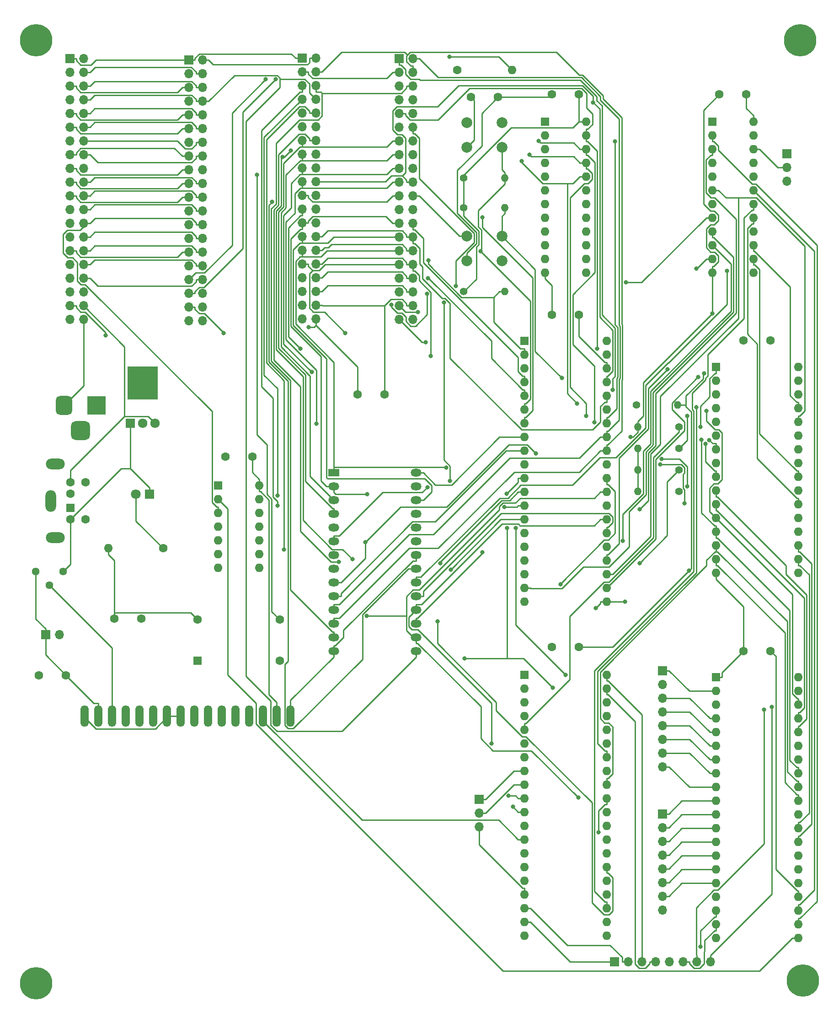
<source format=gbr>
%TF.GenerationSoftware,KiCad,Pcbnew,(6.0.7)*%
%TF.CreationDate,2022-08-28T18:23:33-05:00*%
%TF.ProjectId,6502,36353032-2e6b-4696-9361-645f70636258,rev?*%
%TF.SameCoordinates,Original*%
%TF.FileFunction,Copper,L1,Top*%
%TF.FilePolarity,Positive*%
%FSLAX46Y46*%
G04 Gerber Fmt 4.6, Leading zero omitted, Abs format (unit mm)*
G04 Created by KiCad (PCBNEW (6.0.7)) date 2022-08-28 18:23:33*
%MOMM*%
%LPD*%
G01*
G04 APERTURE LIST*
G04 Aperture macros list*
%AMRoundRect*
0 Rectangle with rounded corners*
0 $1 Rounding radius*
0 $2 $3 $4 $5 $6 $7 $8 $9 X,Y pos of 4 corners*
0 Add a 4 corners polygon primitive as box body*
4,1,4,$2,$3,$4,$5,$6,$7,$8,$9,$2,$3,0*
0 Add four circle primitives for the rounded corners*
1,1,$1+$1,$2,$3*
1,1,$1+$1,$4,$5*
1,1,$1+$1,$6,$7*
1,1,$1+$1,$8,$9*
0 Add four rect primitives between the rounded corners*
20,1,$1+$1,$2,$3,$4,$5,0*
20,1,$1+$1,$4,$5,$6,$7,0*
20,1,$1+$1,$6,$7,$8,$9,0*
20,1,$1+$1,$8,$9,$2,$3,0*%
G04 Aperture macros list end*
%TA.AperFunction,ComponentPad*%
%ADD10R,1.700000X1.700000*%
%TD*%
%TA.AperFunction,ComponentPad*%
%ADD11O,1.700000X1.700000*%
%TD*%
%TA.AperFunction,ComponentPad*%
%ADD12C,1.600000*%
%TD*%
%TA.AperFunction,ComponentPad*%
%ADD13R,1.600000X1.600000*%
%TD*%
%TA.AperFunction,ComponentPad*%
%ADD14O,1.600000X1.600000*%
%TD*%
%TA.AperFunction,ComponentPad*%
%ADD15O,1.501140X4.000500*%
%TD*%
%TA.AperFunction,ComponentPad*%
%ADD16C,6.000000*%
%TD*%
%TA.AperFunction,ComponentPad*%
%ADD17C,1.400000*%
%TD*%
%TA.AperFunction,ComponentPad*%
%ADD18O,1.400000X1.400000*%
%TD*%
%TA.AperFunction,ComponentPad*%
%ADD19O,3.500000X2.000000*%
%TD*%
%TA.AperFunction,ComponentPad*%
%ADD20O,2.000000X4.000000*%
%TD*%
%TA.AperFunction,ComponentPad*%
%ADD21C,1.440000*%
%TD*%
%TA.AperFunction,ComponentPad*%
%ADD22R,3.500000X3.500000*%
%TD*%
%TA.AperFunction,ComponentPad*%
%ADD23RoundRect,0.750000X-0.750000X-1.000000X0.750000X-1.000000X0.750000X1.000000X-0.750000X1.000000X0*%
%TD*%
%TA.AperFunction,ComponentPad*%
%ADD24RoundRect,0.875000X-0.875000X-0.875000X0.875000X-0.875000X0.875000X0.875000X-0.875000X0.875000X0*%
%TD*%
%TA.AperFunction,ComponentPad*%
%ADD25R,2.000000X1.440000*%
%TD*%
%TA.AperFunction,ComponentPad*%
%ADD26O,2.000000X1.440000*%
%TD*%
%TA.AperFunction,ComponentPad*%
%ADD27C,2.000000*%
%TD*%
%TA.AperFunction,ComponentPad*%
%ADD28R,1.717500X1.800000*%
%TD*%
%TA.AperFunction,ComponentPad*%
%ADD29O,1.717500X1.800000*%
%TD*%
%TA.AperFunction,SMDPad,CuDef*%
%ADD30R,5.700000X6.200000*%
%TD*%
%TA.AperFunction,ComponentPad*%
%ADD31R,1.800000X1.800000*%
%TD*%
%TA.AperFunction,ComponentPad*%
%ADD32C,1.800000*%
%TD*%
%TA.AperFunction,ViaPad*%
%ADD33C,0.800000*%
%TD*%
%TA.AperFunction,Conductor*%
%ADD34C,0.250000*%
%TD*%
G04 APERTURE END LIST*
D10*
%TO.P,J3,1,Pin_1*%
%TO.N,1pa6*%
X214000000Y-224975000D03*
D11*
%TO.P,J3,2,Pin_2*%
%TO.N,1pa7*%
X214000000Y-227515000D03*
%TO.P,J3,3,Pin_3*%
%TO.N,1pb7*%
X214000000Y-230055000D03*
%TD*%
D12*
%TO.P,C6,1*%
%TO.N,+5V*%
X146500000Y-191500000D03*
%TO.P,C6,2*%
%TO.N,GND*%
X151500000Y-191500000D03*
%TD*%
D13*
%TO.P,U5,1,~{VP}*%
%TO.N,VP*%
X222375000Y-140125000D03*
D14*
%TO.P,U5,2,RDY*%
%TO.N,RDY*%
X222375000Y-142665000D03*
%TO.P,U5,3,PHI1O*%
%TO.N,unconnected-(U5-Pad3)*%
X222375000Y-145205000D03*
%TO.P,U5,4,~{IRQ}*%
%TO.N,IRQ*%
X222375000Y-147745000D03*
%TO.P,U5,5,~{ML}*%
%TO.N,ML*%
X222375000Y-150285000D03*
%TO.P,U5,6,~{NMI}*%
%TO.N,NMI*%
X222375000Y-152825000D03*
%TO.P,U5,7,SYNC*%
%TO.N,SYNC*%
X222375000Y-155365000D03*
%TO.P,U5,8,VDD*%
%TO.N,+5V*%
X222375000Y-157905000D03*
%TO.P,U5,9,A0*%
%TO.N,a0*%
X222375000Y-160445000D03*
%TO.P,U5,10,A1*%
%TO.N,a1*%
X222375000Y-162985000D03*
%TO.P,U5,11,A2*%
%TO.N,a2*%
X222375000Y-165525000D03*
%TO.P,U5,12,A3*%
%TO.N,a3*%
X222375000Y-168065000D03*
%TO.P,U5,13,A4*%
%TO.N,a4*%
X222375000Y-170605000D03*
%TO.P,U5,14,A5*%
%TO.N,a5*%
X222375000Y-173145000D03*
%TO.P,U5,15,A6*%
%TO.N,a6*%
X222375000Y-175685000D03*
%TO.P,U5,16,A7*%
%TO.N,a7*%
X222375000Y-178225000D03*
%TO.P,U5,17,A8*%
%TO.N,a8*%
X222375000Y-180765000D03*
%TO.P,U5,18,A9*%
%TO.N,a9*%
X222375000Y-183305000D03*
%TO.P,U5,19,A10*%
%TO.N,a10*%
X222375000Y-185845000D03*
%TO.P,U5,20,A11*%
%TO.N,a11*%
X222375000Y-188385000D03*
%TO.P,U5,21,VSS*%
%TO.N,GND*%
X237615000Y-188385000D03*
%TO.P,U5,22,A12*%
%TO.N,a12*%
X237615000Y-185845000D03*
%TO.P,U5,23,A13*%
%TO.N,a13*%
X237615000Y-183305000D03*
%TO.P,U5,24,A14*%
%TO.N,a14*%
X237615000Y-180765000D03*
%TO.P,U5,25,A15*%
%TO.N,a15*%
X237615000Y-178225000D03*
%TO.P,U5,26,D7*%
%TO.N,d7*%
X237615000Y-175685000D03*
%TO.P,U5,27,D6*%
%TO.N,d6*%
X237615000Y-173145000D03*
%TO.P,U5,28,D5*%
%TO.N,d5*%
X237615000Y-170605000D03*
%TO.P,U5,29,D4*%
%TO.N,d4*%
X237615000Y-168065000D03*
%TO.P,U5,30,D3*%
%TO.N,d3*%
X237615000Y-165525000D03*
%TO.P,U5,31,D2*%
%TO.N,d2*%
X237615000Y-162985000D03*
%TO.P,U5,32,D1*%
%TO.N,d1*%
X237615000Y-160445000D03*
%TO.P,U5,33,D0*%
%TO.N,d0*%
X237615000Y-157905000D03*
%TO.P,U5,34,~{RW}*%
%TO.N,RW*%
X237615000Y-155365000D03*
%TO.P,U5,35,NC*%
%TO.N,unconnected-(U5-Pad35)*%
X237615000Y-152825000D03*
%TO.P,U5,36,BE*%
%TO.N,BE*%
X237615000Y-150285000D03*
%TO.P,U5,37,PHI2*%
%TO.N,PHI2*%
X237615000Y-147745000D03*
%TO.P,U5,38,~{SO}*%
%TO.N,+5V*%
X237615000Y-145205000D03*
%TO.P,U5,39,PHI2O*%
%TO.N,unconnected-(U5-Pad39)*%
X237615000Y-142665000D03*
%TO.P,U5,40,~{RES}*%
%TO.N,RESET*%
X237615000Y-140125000D03*
%TD*%
D12*
%TO.P,C5,1*%
%TO.N,GND*%
X227500000Y-94500000D03*
%TO.P,C5,2*%
%TO.N,+5V*%
X232500000Y-94500000D03*
%TD*%
D13*
%TO.P,U2,1,S0*%
%TO.N,IO0*%
X226200000Y-99525000D03*
D14*
%TO.P,U2,2,S1*%
%TO.N,IO1*%
X226200000Y-102065000D03*
%TO.P,U2,3,S2*%
%TO.N,IO2*%
X226200000Y-104605000D03*
%TO.P,U2,4,S3*%
%TO.N,IO3*%
X226200000Y-107145000D03*
%TO.P,U2,5,S4*%
%TO.N,IO4*%
X226200000Y-109685000D03*
%TO.P,U2,6,S5*%
%TO.N,IO5*%
X226200000Y-112225000D03*
%TO.P,U2,7,S6*%
%TO.N,IO6*%
X226200000Y-114765000D03*
%TO.P,U2,8,S7*%
%TO.N,IO7*%
X226200000Y-117305000D03*
%TO.P,U2,9,S8*%
%TO.N,IO8*%
X226200000Y-119845000D03*
%TO.P,U2,10,S9*%
%TO.N,IO9*%
X226200000Y-122385000D03*
%TO.P,U2,11,S10*%
%TO.N,IO10*%
X226200000Y-124925000D03*
%TO.P,U2,12,GND*%
%TO.N,GND*%
X226200000Y-127465000D03*
%TO.P,U2,13,S11*%
%TO.N,IO11*%
X233820000Y-127465000D03*
%TO.P,U2,14,S12*%
%TO.N,IO12*%
X233820000Y-124925000D03*
%TO.P,U2,15,S13*%
%TO.N,IO13*%
X233820000Y-122385000D03*
%TO.P,U2,16,S14*%
%TO.N,IO14*%
X233820000Y-119845000D03*
%TO.P,U2,17,S15*%
%TO.N,IO15*%
X233820000Y-117305000D03*
%TO.P,U2,18,E0*%
%TO.N,a15*%
X233820000Y-114765000D03*
%TO.P,U2,19,E1*%
%TO.N,DEVICE_CS*%
X233820000Y-112225000D03*
%TO.P,U2,20,A3*%
%TO.N,a7*%
X233820000Y-109685000D03*
%TO.P,U2,21,A2*%
%TO.N,a6*%
X233820000Y-107145000D03*
%TO.P,U2,22,A1*%
%TO.N,a5*%
X233820000Y-104605000D03*
%TO.P,U2,23,A0*%
%TO.N,a4*%
X233820000Y-102065000D03*
%TO.P,U2,24,VCC*%
%TO.N,+5V*%
X233820000Y-99525000D03*
%TD*%
D12*
%TO.P,R10,1*%
%TO.N,GND*%
X210000000Y-90000000D03*
D14*
%TO.P,R10,2*%
%TO.N,Net-(SW1-Pad1)*%
X220160000Y-90000000D03*
%TD*%
D15*
%TO.P,U9,1,VSS*%
%TO.N,GND*%
X141000840Y-209499420D03*
%TO.P,U9,2,VDD*%
%TO.N,+5V*%
X143540840Y-209499420D03*
%TO.P,U9,3,VO*%
%TO.N,Net-(RV1-Pad2)*%
X146080840Y-209499420D03*
%TO.P,U9,4,RS*%
%TO.N,1pb4*%
X148620840Y-209499420D03*
%TO.P,U9,5,R/W*%
%TO.N,1pb5*%
X151160840Y-209499420D03*
%TO.P,U9,6,E*%
%TO.N,1pb6*%
X153700840Y-209499420D03*
%TO.P,U9,7,DB0*%
%TO.N,GND*%
X156240840Y-209499420D03*
%TO.P,U9,8,DB1*%
X158780840Y-209499420D03*
%TO.P,U9,9,DB2*%
X161320840Y-209499420D03*
%TO.P,U9,10,DB3*%
X163860840Y-209499420D03*
%TO.P,U9,11,DB4*%
%TO.N,1pb0*%
X166400840Y-209499420D03*
%TO.P,U9,12,DB5*%
%TO.N,1pb1*%
X168940840Y-209499420D03*
%TO.P,U9,13,DB6*%
%TO.N,1pb2*%
X171480840Y-209499420D03*
%TO.P,U9,14,DB7*%
%TO.N,1pb3*%
X174020840Y-209499420D03*
%TO.P,U9,15,A*%
%TO.N,+5V*%
X176560840Y-209499420D03*
%TO.P,U9,16,K*%
%TO.N,GND*%
X179100840Y-209499420D03*
%TD*%
D16*
%TO.P,REF4,1*%
%TO.N,N/C*%
X132000000Y-259000000D03*
%TD*%
D17*
%TO.P,R7,1*%
%TO.N,1pa3*%
X251000000Y-156000000D03*
D18*
%TO.P,R7,2*%
%TO.N,GND*%
X243380000Y-156000000D03*
%TD*%
D17*
%TO.P,R8,1*%
%TO.N,BE*%
X243190000Y-152000000D03*
D18*
%TO.P,R8,2*%
%TO.N,+5V*%
X250810000Y-152000000D03*
%TD*%
D17*
%TO.P,R2,1*%
%TO.N,+5V*%
X211190000Y-131000000D03*
D18*
%TO.P,R2,2*%
%TO.N,RDY*%
X218810000Y-131000000D03*
%TD*%
D13*
%TO.P,J9,1*%
%TO.N,1pa5*%
X138360000Y-171000000D03*
D12*
%TO.P,J9,2*%
%TO.N,unconnected-(J9-Pad2)*%
X138360000Y-168400000D03*
%TO.P,J9,3*%
%TO.N,GND*%
X138360000Y-173100000D03*
%TO.P,J9,4*%
%TO.N,+5V*%
X138360000Y-166300000D03*
%TO.P,J9,5*%
%TO.N,1pa4*%
X141160000Y-173100000D03*
%TO.P,J9,6*%
%TO.N,unconnected-(J9-Pad6)*%
X141160000Y-166300000D03*
D19*
%TO.P,J9,7*%
%TO.N,N/C*%
X135510000Y-176550000D03*
D20*
X134710000Y-169700000D03*
D19*
X135510000Y-162850000D03*
%TD*%
D12*
%TO.P,C10,1*%
%TO.N,GND*%
X227500000Y-196750000D03*
%TO.P,C10,2*%
%TO.N,+5V*%
X232500000Y-196750000D03*
%TD*%
D13*
%TO.P,X1,1,NC*%
%TO.N,unconnected-(X1-Pad1)*%
X161880000Y-199310000D03*
D12*
%TO.P,X1,7,GND*%
%TO.N,GND*%
X177120000Y-199310000D03*
%TO.P,X1,8,OUT*%
%TO.N,PHI2*%
X177120000Y-191690000D03*
%TO.P,X1,14,Vcc*%
%TO.N,+5V*%
X161880000Y-191690000D03*
%TD*%
D10*
%TO.P,J10,1,Pin_1*%
%TO.N,a0*%
X138225000Y-87875000D03*
D11*
%TO.P,J10,2,Pin_2*%
%TO.N,d0*%
X140765000Y-87875000D03*
%TO.P,J10,3,Pin_3*%
%TO.N,a1*%
X138225000Y-90415000D03*
%TO.P,J10,4,Pin_4*%
%TO.N,d1*%
X140765000Y-90415000D03*
%TO.P,J10,5,Pin_5*%
%TO.N,a2*%
X138225000Y-92955000D03*
%TO.P,J10,6,Pin_6*%
%TO.N,d2*%
X140765000Y-92955000D03*
%TO.P,J10,7,Pin_7*%
%TO.N,a3*%
X138225000Y-95495000D03*
%TO.P,J10,8,Pin_8*%
%TO.N,d3*%
X140765000Y-95495000D03*
%TO.P,J10,9,Pin_9*%
%TO.N,a4*%
X138225000Y-98035000D03*
%TO.P,J10,10,Pin_10*%
%TO.N,d4*%
X140765000Y-98035000D03*
%TO.P,J10,11,Pin_11*%
%TO.N,a5*%
X138225000Y-100575000D03*
%TO.P,J10,12,Pin_12*%
%TO.N,d5*%
X140765000Y-100575000D03*
%TO.P,J10,13,Pin_13*%
%TO.N,a6*%
X138225000Y-103115000D03*
%TO.P,J10,14,Pin_14*%
%TO.N,d6*%
X140765000Y-103115000D03*
%TO.P,J10,15,Pin_15*%
%TO.N,a7*%
X138225000Y-105655000D03*
%TO.P,J10,16,Pin_16*%
%TO.N,d7*%
X140765000Y-105655000D03*
%TO.P,J10,17,Pin_17*%
%TO.N,a8*%
X138225000Y-108195000D03*
%TO.P,J10,18,Pin_18*%
%TO.N,RW*%
X140765000Y-108195000D03*
%TO.P,J10,19,Pin_19*%
%TO.N,a9*%
X138225000Y-110735000D03*
%TO.P,J10,20,Pin_20*%
%TO.N,PHI2*%
X140765000Y-110735000D03*
%TO.P,J10,21,Pin_21*%
%TO.N,a10*%
X138225000Y-113275000D03*
%TO.P,J10,22,Pin_22*%
%TO.N,RESET*%
X140765000Y-113275000D03*
%TO.P,J10,23,Pin_23*%
%TO.N,a11*%
X138225000Y-115815000D03*
%TO.P,J10,24,Pin_24*%
%TO.N,SYNC*%
X140765000Y-115815000D03*
%TO.P,J10,25,Pin_25*%
%TO.N,a12*%
X138225000Y-118355000D03*
%TO.P,J10,26,Pin_26*%
%TO.N,IRQ*%
X140765000Y-118355000D03*
%TO.P,J10,27,Pin_27*%
%TO.N,a13*%
X138225000Y-120895000D03*
%TO.P,J10,28,Pin_28*%
%TO.N,BE*%
X140765000Y-120895000D03*
%TO.P,J10,29,Pin_29*%
%TO.N,a14*%
X138225000Y-123435000D03*
%TO.P,J10,30,Pin_30*%
%TO.N,RDY*%
X140765000Y-123435000D03*
%TO.P,J10,31,Pin_31*%
%TO.N,a15*%
X138225000Y-125975000D03*
%TO.P,J10,32,Pin_32*%
%TO.N,VP*%
X140765000Y-125975000D03*
%TO.P,J10,33,Pin_33*%
%TO.N,IO12*%
X138225000Y-128515000D03*
%TO.P,J10,34,Pin_34*%
%TO.N,ML*%
X140765000Y-128515000D03*
%TO.P,J10,35,Pin_35*%
%TO.N,IO13*%
X138225000Y-131055000D03*
%TO.P,J10,36,Pin_36*%
%TO.N,NMI*%
X140765000Y-131055000D03*
%TO.P,J10,37,Pin_37*%
%TO.N,IO14*%
X138225000Y-133595000D03*
%TO.P,J10,38,Pin_38*%
%TO.N,+5V*%
X140765000Y-133595000D03*
%TO.P,J10,39,Pin_39*%
%TO.N,IO15*%
X138225000Y-136135000D03*
%TO.P,J10,40,Pin_40*%
%TO.N,GND*%
X140765000Y-136135000D03*
%TD*%
D10*
%TO.P,J8,1,Pin_1*%
%TO.N,a0*%
X199225000Y-87875000D03*
D11*
%TO.P,J8,2,Pin_2*%
%TO.N,d0*%
X201765000Y-87875000D03*
%TO.P,J8,3,Pin_3*%
%TO.N,a1*%
X199225000Y-90415000D03*
%TO.P,J8,4,Pin_4*%
%TO.N,d1*%
X201765000Y-90415000D03*
%TO.P,J8,5,Pin_5*%
%TO.N,a2*%
X199225000Y-92955000D03*
%TO.P,J8,6,Pin_6*%
%TO.N,d2*%
X201765000Y-92955000D03*
%TO.P,J8,7,Pin_7*%
%TO.N,a3*%
X199225000Y-95495000D03*
%TO.P,J8,8,Pin_8*%
%TO.N,d3*%
X201765000Y-95495000D03*
%TO.P,J8,9,Pin_9*%
%TO.N,a4*%
X199225000Y-98035000D03*
%TO.P,J8,10,Pin_10*%
%TO.N,d4*%
X201765000Y-98035000D03*
%TO.P,J8,11,Pin_11*%
%TO.N,a5*%
X199225000Y-100575000D03*
%TO.P,J8,12,Pin_12*%
%TO.N,d5*%
X201765000Y-100575000D03*
%TO.P,J8,13,Pin_13*%
%TO.N,a6*%
X199225000Y-103115000D03*
%TO.P,J8,14,Pin_14*%
%TO.N,d6*%
X201765000Y-103115000D03*
%TO.P,J8,15,Pin_15*%
%TO.N,a7*%
X199225000Y-105655000D03*
%TO.P,J8,16,Pin_16*%
%TO.N,d7*%
X201765000Y-105655000D03*
%TO.P,J8,17,Pin_17*%
%TO.N,a8*%
X199225000Y-108195000D03*
%TO.P,J8,18,Pin_18*%
%TO.N,RW*%
X201765000Y-108195000D03*
%TO.P,J8,19,Pin_19*%
%TO.N,a9*%
X199225000Y-110735000D03*
%TO.P,J8,20,Pin_20*%
%TO.N,PHI2*%
X201765000Y-110735000D03*
%TO.P,J8,21,Pin_21*%
%TO.N,a10*%
X199225000Y-113275000D03*
%TO.P,J8,22,Pin_22*%
%TO.N,RESET*%
X201765000Y-113275000D03*
%TO.P,J8,23,Pin_23*%
%TO.N,a11*%
X199225000Y-115815000D03*
%TO.P,J8,24,Pin_24*%
%TO.N,SYNC*%
X201765000Y-115815000D03*
%TO.P,J8,25,Pin_25*%
%TO.N,a12*%
X199225000Y-118355000D03*
%TO.P,J8,26,Pin_26*%
%TO.N,IRQ*%
X201765000Y-118355000D03*
%TO.P,J8,27,Pin_27*%
%TO.N,a13*%
X199225000Y-120895000D03*
%TO.P,J8,28,Pin_28*%
%TO.N,BE*%
X201765000Y-120895000D03*
%TO.P,J8,29,Pin_29*%
%TO.N,a14*%
X199225000Y-123435000D03*
%TO.P,J8,30,Pin_30*%
%TO.N,RDY*%
X201765000Y-123435000D03*
%TO.P,J8,31,Pin_31*%
%TO.N,a15*%
X199225000Y-125975000D03*
%TO.P,J8,32,Pin_32*%
%TO.N,VP*%
X201765000Y-125975000D03*
%TO.P,J8,33,Pin_33*%
%TO.N,IO8*%
X199225000Y-128515000D03*
%TO.P,J8,34,Pin_34*%
%TO.N,ML*%
X201765000Y-128515000D03*
%TO.P,J8,35,Pin_35*%
%TO.N,IO9*%
X199225000Y-131055000D03*
%TO.P,J8,36,Pin_36*%
%TO.N,NMI*%
X201765000Y-131055000D03*
%TO.P,J8,37,Pin_37*%
%TO.N,IO10*%
X199225000Y-133595000D03*
%TO.P,J8,38,Pin_38*%
%TO.N,+5V*%
X201765000Y-133595000D03*
%TO.P,J8,39,Pin_39*%
%TO.N,IO11*%
X199225000Y-136135000D03*
%TO.P,J8,40,Pin_40*%
%TO.N,GND*%
X201765000Y-136135000D03*
%TD*%
D12*
%TO.P,C8,1*%
%TO.N,NMI*%
X212500000Y-95000000D03*
%TO.P,C8,2*%
%TO.N,GND*%
X217500000Y-95000000D03*
%TD*%
D17*
%TO.P,R6,1*%
%TO.N,+5V*%
X211190000Y-115500000D03*
D18*
%TO.P,R6,2*%
%TO.N,RESET*%
X218810000Y-115500000D03*
%TD*%
D16*
%TO.P,REF1,1*%
%TO.N,N/C*%
X132000000Y-84500000D03*
%TD*%
D10*
%TO.P,J12,1,Pin_1*%
%TO.N,+5V*%
X133725000Y-194500000D03*
D11*
%TO.P,J12,2,Pin_2*%
%TO.N,GND*%
X136265000Y-194500000D03*
%TD*%
D13*
%TO.P,U4,1,OD/CLK*%
%TO.N,PHI2*%
X257200000Y-99525000D03*
D14*
%TO.P,U4,2,I0*%
%TO.N,RW*%
X257200000Y-102065000D03*
%TO.P,U4,3,I1*%
%TO.N,a15*%
X257200000Y-104605000D03*
%TO.P,U4,4,I2*%
%TO.N,unconnected-(U4-Pad4)*%
X257200000Y-107145000D03*
%TO.P,U4,5,I3*%
%TO.N,a14*%
X257200000Y-109685000D03*
%TO.P,U4,6,I4*%
%TO.N,a13*%
X257200000Y-112225000D03*
%TO.P,U4,7,I5*%
%TO.N,a12*%
X257200000Y-114765000D03*
%TO.P,U4,8,I6*%
%TO.N,a11*%
X257200000Y-117305000D03*
%TO.P,U4,9,I7*%
%TO.N,a10*%
X257200000Y-119845000D03*
%TO.P,U4,10,I8*%
%TO.N,a9*%
X257200000Y-122385000D03*
%TO.P,U4,11,I9*%
%TO.N,a8*%
X257200000Y-124925000D03*
%TO.P,U4,12,GND*%
%TO.N,GND*%
X257200000Y-127465000D03*
%TO.P,U4,13,CLK/OD*%
%TO.N,unconnected-(U4-Pad13)*%
X264820000Y-127465000D03*
%TO.P,U4,14,LR/O4*%
%TO.N,OE*%
X264820000Y-124925000D03*
%TO.P,U4,15,A0/O3*%
%TO.N,WE*%
X264820000Y-122385000D03*
%TO.P,U4,16,A1/O2*%
%TO.N,ROM_CS*%
X264820000Y-119845000D03*
%TO.P,U4,17,A2/O1*%
%TO.N,RAM_CS*%
X264820000Y-117305000D03*
%TO.P,U4,18,NC/O0*%
%TO.N,VIA1_CS*%
X264820000Y-114765000D03*
%TO.P,U4,19,O4/NC*%
%TO.N,VIA2_CS*%
X264820000Y-112225000D03*
%TO.P,U4,20,O3/A2*%
%TO.N,decode2*%
X264820000Y-109685000D03*
%TO.P,U4,21,O2/A1*%
%TO.N,DEVICE_CS*%
X264820000Y-107145000D03*
%TO.P,U4,22,O1/A0*%
%TO.N,decode1*%
X264820000Y-104605000D03*
%TO.P,U4,23,O0/LR*%
%TO.N,decode0*%
X264820000Y-102065000D03*
%TO.P,U4,24,VCC*%
%TO.N,+5V*%
X264820000Y-99525000D03*
%TD*%
D12*
%TO.P,C9,1*%
%TO.N,GND*%
X258500000Y-94500000D03*
%TO.P,C9,2*%
%TO.N,+5V*%
X263500000Y-94500000D03*
%TD*%
D13*
%TO.P,U1,1*%
%TO.N,1VIA_IRQ*%
X165700000Y-166875000D03*
D14*
%TO.P,U1,2*%
%TO.N,2VIA_IRQ*%
X165700000Y-169415000D03*
%TO.P,U1,3*%
%TO.N,IRQ*%
X165700000Y-171955000D03*
%TO.P,U1,4*%
%TO.N,N/C*%
X165700000Y-174495000D03*
%TO.P,U1,5*%
X165700000Y-177035000D03*
%TO.P,U1,6*%
X165700000Y-179575000D03*
%TO.P,U1,7,GND*%
%TO.N,GND*%
X165700000Y-182115000D03*
%TO.P,U1,8*%
%TO.N,N/C*%
X173320000Y-182115000D03*
%TO.P,U1,9*%
X173320000Y-179575000D03*
%TO.P,U1,10*%
X173320000Y-177035000D03*
%TO.P,U1,11*%
X173320000Y-174495000D03*
%TO.P,U1,12*%
X173320000Y-171955000D03*
%TO.P,U1,13*%
X173320000Y-169415000D03*
%TO.P,U1,14,VCC*%
%TO.N,+5V*%
X173320000Y-166875000D03*
%TD*%
D12*
%TO.P,C7,1*%
%TO.N,GND*%
X191500000Y-150000000D03*
%TO.P,C7,2*%
%TO.N,+5V*%
X196500000Y-150000000D03*
%TD*%
D21*
%TO.P,RV1,1,1*%
%TO.N,GND*%
X137025000Y-182775000D03*
%TO.P,RV1,2,2*%
%TO.N,Net-(RV1-Pad2)*%
X134485000Y-185315000D03*
%TO.P,RV1,3,3*%
%TO.N,+5V*%
X131945000Y-182775000D03*
%TD*%
D16*
%TO.P,REF3,1*%
%TO.N,N/C*%
X274000000Y-258500000D03*
%TD*%
D12*
%TO.P,R9,1*%
%TO.N,Net-(D1-Pad2)*%
X155500000Y-178500000D03*
D14*
%TO.P,R9,2*%
%TO.N,+5V*%
X145340000Y-178500000D03*
%TD*%
D12*
%TO.P,C4,1*%
%TO.N,GND*%
X263000000Y-140000000D03*
%TO.P,C4,2*%
%TO.N,+5V*%
X268000000Y-140000000D03*
%TD*%
D10*
%TO.P,J2,1,Pin_1*%
%TO.N,2pa0*%
X248000000Y-201125000D03*
D11*
%TO.P,J2,2,Pin_2*%
%TO.N,2pa1*%
X248000000Y-203665000D03*
%TO.P,J2,3,Pin_3*%
%TO.N,2pa2*%
X248000000Y-206205000D03*
%TO.P,J2,4,Pin_4*%
%TO.N,2pa3*%
X248000000Y-208745000D03*
%TO.P,J2,5,Pin_5*%
%TO.N,2pa4*%
X248000000Y-211285000D03*
%TO.P,J2,6,Pin_6*%
%TO.N,2pa5*%
X248000000Y-213825000D03*
%TO.P,J2,7,Pin_7*%
%TO.N,2pa6*%
X248000000Y-216365000D03*
%TO.P,J2,8,Pin_8*%
%TO.N,2pa7*%
X248000000Y-218905000D03*
%TD*%
D10*
%TO.P,J5,1,Pin_1*%
%TO.N,1CB2*%
X239125000Y-255000000D03*
D11*
%TO.P,J5,2,Pin_2*%
%TO.N,1CB1*%
X241665000Y-255000000D03*
%TO.P,J5,3,Pin_3*%
%TO.N,1CA1*%
X244205000Y-255000000D03*
%TO.P,J5,4,Pin_4*%
%TO.N,1CA2*%
X246745000Y-255000000D03*
%TO.P,J5,5,Pin_5*%
%TO.N,2CB1*%
X249285000Y-255000000D03*
%TO.P,J5,6,Pin_6*%
%TO.N,2CB2*%
X251825000Y-255000000D03*
%TO.P,J5,7,Pin_7*%
%TO.N,2CA1*%
X254365000Y-255000000D03*
%TO.P,J5,8,Pin_8*%
%TO.N,2CA2*%
X256905000Y-255000000D03*
%TD*%
D13*
%TO.P,U7,1,VSS*%
%TO.N,GND*%
X257875000Y-202375000D03*
D14*
%TO.P,U7,2,PA0*%
%TO.N,2pa0*%
X257875000Y-204915000D03*
%TO.P,U7,3,PA1*%
%TO.N,2pa1*%
X257875000Y-207455000D03*
%TO.P,U7,4,PA2*%
%TO.N,2pa2*%
X257875000Y-209995000D03*
%TO.P,U7,5,PA3*%
%TO.N,2pa3*%
X257875000Y-212535000D03*
%TO.P,U7,6,PA4*%
%TO.N,2pa4*%
X257875000Y-215075000D03*
%TO.P,U7,7,PA5*%
%TO.N,2pa5*%
X257875000Y-217615000D03*
%TO.P,U7,8,PA6*%
%TO.N,2pa6*%
X257875000Y-220155000D03*
%TO.P,U7,9,PA7*%
%TO.N,2pa7*%
X257875000Y-222695000D03*
%TO.P,U7,10,PB0*%
%TO.N,2pb0*%
X257875000Y-225235000D03*
%TO.P,U7,11,PB1*%
%TO.N,2pb1*%
X257875000Y-227775000D03*
%TO.P,U7,12,PB2*%
%TO.N,2pb2*%
X257875000Y-230315000D03*
%TO.P,U7,13,PB3*%
%TO.N,2pb3*%
X257875000Y-232855000D03*
%TO.P,U7,14,PB4*%
%TO.N,2pb4*%
X257875000Y-235395000D03*
%TO.P,U7,15,PB5*%
%TO.N,2pb5*%
X257875000Y-237935000D03*
%TO.P,U7,16,PB6*%
%TO.N,2pb6*%
X257875000Y-240475000D03*
%TO.P,U7,17,PB7*%
%TO.N,2pb7*%
X257875000Y-243015000D03*
%TO.P,U7,18,CB1*%
%TO.N,2CB1*%
X257875000Y-245555000D03*
%TO.P,U7,19,CB2*%
%TO.N,2CB2*%
X257875000Y-248095000D03*
%TO.P,U7,20,VDD*%
%TO.N,+5V*%
X257875000Y-250635000D03*
%TO.P,U7,21,~{IRQ}*%
%TO.N,2VIA_IRQ*%
X273115000Y-250635000D03*
%TO.P,U7,22,R~{W}*%
%TO.N,RW*%
X273115000Y-248095000D03*
%TO.P,U7,23,~{CS2}*%
%TO.N,VIA2_CS*%
X273115000Y-245555000D03*
%TO.P,U7,24,CS1*%
%TO.N,+5V*%
X273115000Y-243015000D03*
%TO.P,U7,25,PHI2*%
%TO.N,PHI2*%
X273115000Y-240475000D03*
%TO.P,U7,26,D7*%
%TO.N,d7*%
X273115000Y-237935000D03*
%TO.P,U7,27,D6*%
%TO.N,d6*%
X273115000Y-235395000D03*
%TO.P,U7,28,D5*%
%TO.N,d5*%
X273115000Y-232855000D03*
%TO.P,U7,29,D4*%
%TO.N,d4*%
X273115000Y-230315000D03*
%TO.P,U7,30,D3*%
%TO.N,d3*%
X273115000Y-227775000D03*
%TO.P,U7,31,D2*%
%TO.N,d2*%
X273115000Y-225235000D03*
%TO.P,U7,32,D1*%
%TO.N,d1*%
X273115000Y-222695000D03*
%TO.P,U7,33,D0*%
%TO.N,d0*%
X273115000Y-220155000D03*
%TO.P,U7,34,~{RES}*%
%TO.N,RESET*%
X273115000Y-217615000D03*
%TO.P,U7,35,RS3*%
%TO.N,a3*%
X273115000Y-215075000D03*
%TO.P,U7,36,RS2*%
%TO.N,a2*%
X273115000Y-212535000D03*
%TO.P,U7,37,RS1*%
%TO.N,a1*%
X273115000Y-209995000D03*
%TO.P,U7,38,RS0*%
%TO.N,a0*%
X273115000Y-207455000D03*
%TO.P,U7,39,CA2*%
%TO.N,2CA2*%
X273115000Y-204915000D03*
%TO.P,U7,40,CA1*%
%TO.N,2CA1*%
X273115000Y-202375000D03*
%TD*%
D12*
%TO.P,C2,1*%
%TO.N,GND*%
X263000000Y-197500000D03*
%TO.P,C2,2*%
%TO.N,+5V*%
X268000000Y-197500000D03*
%TD*%
D10*
%TO.P,J4,1,Pin_1*%
%TO.N,a0*%
X160225000Y-88155000D03*
D11*
%TO.P,J4,2,Pin_2*%
%TO.N,d0*%
X162765000Y-88155000D03*
%TO.P,J4,3,Pin_3*%
%TO.N,a1*%
X160225000Y-90695000D03*
%TO.P,J4,4,Pin_4*%
%TO.N,d1*%
X162765000Y-90695000D03*
%TO.P,J4,5,Pin_5*%
%TO.N,a2*%
X160225000Y-93235000D03*
%TO.P,J4,6,Pin_6*%
%TO.N,d2*%
X162765000Y-93235000D03*
%TO.P,J4,7,Pin_7*%
%TO.N,a3*%
X160225000Y-95775000D03*
%TO.P,J4,8,Pin_8*%
%TO.N,d3*%
X162765000Y-95775000D03*
%TO.P,J4,9,Pin_9*%
%TO.N,a4*%
X160225000Y-98315000D03*
%TO.P,J4,10,Pin_10*%
%TO.N,d4*%
X162765000Y-98315000D03*
%TO.P,J4,11,Pin_11*%
%TO.N,a5*%
X160225000Y-100855000D03*
%TO.P,J4,12,Pin_12*%
%TO.N,d5*%
X162765000Y-100855000D03*
%TO.P,J4,13,Pin_13*%
%TO.N,a6*%
X160225000Y-103395000D03*
%TO.P,J4,14,Pin_14*%
%TO.N,d6*%
X162765000Y-103395000D03*
%TO.P,J4,15,Pin_15*%
%TO.N,a7*%
X160225000Y-105935000D03*
%TO.P,J4,16,Pin_16*%
%TO.N,d7*%
X162765000Y-105935000D03*
%TO.P,J4,17,Pin_17*%
%TO.N,a8*%
X160225000Y-108475000D03*
%TO.P,J4,18,Pin_18*%
%TO.N,RW*%
X162765000Y-108475000D03*
%TO.P,J4,19,Pin_19*%
%TO.N,a9*%
X160225000Y-111015000D03*
%TO.P,J4,20,Pin_20*%
%TO.N,PHI2*%
X162765000Y-111015000D03*
%TO.P,J4,21,Pin_21*%
%TO.N,a10*%
X160225000Y-113555000D03*
%TO.P,J4,22,Pin_22*%
%TO.N,RESET*%
X162765000Y-113555000D03*
%TO.P,J4,23,Pin_23*%
%TO.N,a11*%
X160225000Y-116095000D03*
%TO.P,J4,24,Pin_24*%
%TO.N,SYNC*%
X162765000Y-116095000D03*
%TO.P,J4,25,Pin_25*%
%TO.N,a12*%
X160225000Y-118635000D03*
%TO.P,J4,26,Pin_26*%
%TO.N,IRQ*%
X162765000Y-118635000D03*
%TO.P,J4,27,Pin_27*%
%TO.N,a13*%
X160225000Y-121175000D03*
%TO.P,J4,28,Pin_28*%
%TO.N,BE*%
X162765000Y-121175000D03*
%TO.P,J4,29,Pin_29*%
%TO.N,a14*%
X160225000Y-123715000D03*
%TO.P,J4,30,Pin_30*%
%TO.N,RDY*%
X162765000Y-123715000D03*
%TO.P,J4,31,Pin_31*%
%TO.N,a15*%
X160225000Y-126255000D03*
%TO.P,J4,32,Pin_32*%
%TO.N,VP*%
X162765000Y-126255000D03*
%TO.P,J4,33,Pin_33*%
%TO.N,IO0*%
X160225000Y-128795000D03*
%TO.P,J4,34,Pin_34*%
%TO.N,ML*%
X162765000Y-128795000D03*
%TO.P,J4,35,Pin_35*%
%TO.N,IO1*%
X160225000Y-131335000D03*
%TO.P,J4,36,Pin_36*%
%TO.N,NMI*%
X162765000Y-131335000D03*
%TO.P,J4,37,Pin_37*%
%TO.N,IO2*%
X160225000Y-133875000D03*
%TO.P,J4,38,Pin_38*%
%TO.N,+5V*%
X162765000Y-133875000D03*
%TO.P,J4,39,Pin_39*%
%TO.N,IO3*%
X160225000Y-136415000D03*
%TO.P,J4,40,Pin_40*%
%TO.N,GND*%
X162765000Y-136415000D03*
%TD*%
D17*
%TO.P,R4,1*%
%TO.N,1pa1*%
X251000000Y-160000000D03*
D18*
%TO.P,R4,2*%
%TO.N,GND*%
X243380000Y-160000000D03*
%TD*%
D22*
%TO.P,J11,1*%
%TO.N,Net-(J11-Pad1)*%
X143160000Y-152042500D03*
D23*
%TO.P,J11,2*%
%TO.N,GND*%
X137160000Y-152042500D03*
D24*
%TO.P,J11,3*%
%TO.N,N/C*%
X140160000Y-156742500D03*
%TD*%
D10*
%TO.P,J6,1,Pin_1*%
%TO.N,decode0*%
X271000000Y-105475000D03*
D11*
%TO.P,J6,2,Pin_2*%
%TO.N,decode1*%
X271000000Y-108015000D03*
%TO.P,J6,3,Pin_3*%
%TO.N,decode2*%
X271000000Y-110555000D03*
%TD*%
D25*
%TO.P,U3,1,A14*%
%TO.N,a14*%
X187107500Y-164510000D03*
D26*
%TO.P,U3,2,A12*%
%TO.N,a12*%
X187107500Y-167050000D03*
%TO.P,U3,3,A7*%
%TO.N,a7*%
X187107500Y-169590000D03*
%TO.P,U3,4,A6*%
%TO.N,a6*%
X187107500Y-172130000D03*
%TO.P,U3,5,A5*%
%TO.N,a5*%
X187107500Y-174670000D03*
%TO.P,U3,6,A4*%
%TO.N,a4*%
X187107500Y-177210000D03*
%TO.P,U3,7,A3*%
%TO.N,a3*%
X187107500Y-179750000D03*
%TO.P,U3,8,A2*%
%TO.N,a2*%
X187107500Y-182290000D03*
%TO.P,U3,9,A1*%
%TO.N,a1*%
X187107500Y-184830000D03*
%TO.P,U3,10,A0*%
%TO.N,a0*%
X187107500Y-187370000D03*
%TO.P,U3,11,D0*%
%TO.N,d0*%
X187107500Y-189910000D03*
%TO.P,U3,12,D1*%
%TO.N,d1*%
X187107500Y-192450000D03*
%TO.P,U3,13,D2*%
%TO.N,d2*%
X187107500Y-194990000D03*
%TO.P,U3,14,GND*%
%TO.N,GND*%
X187107500Y-197530000D03*
%TO.P,U3,15,D3*%
%TO.N,d3*%
X202347500Y-197530000D03*
%TO.P,U3,16,D4*%
%TO.N,d4*%
X202347500Y-194990000D03*
%TO.P,U3,17,D5*%
%TO.N,d5*%
X202347500Y-192450000D03*
%TO.P,U3,18,D6*%
%TO.N,d6*%
X202347500Y-189910000D03*
%TO.P,U3,19,D7*%
%TO.N,d7*%
X202347500Y-187370000D03*
%TO.P,U3,20,~{CS}*%
%TO.N,ROM_CS*%
X202347500Y-184830000D03*
%TO.P,U3,21,A10*%
%TO.N,a10*%
X202347500Y-182290000D03*
%TO.P,U3,22,~{OE}*%
%TO.N,GND*%
X202347500Y-179750000D03*
%TO.P,U3,23,A11*%
%TO.N,a11*%
X202347500Y-177210000D03*
%TO.P,U3,24,A9*%
%TO.N,a9*%
X202347500Y-174670000D03*
%TO.P,U3,25,A8*%
%TO.N,a8*%
X202347500Y-172130000D03*
%TO.P,U3,26,A13*%
%TO.N,a13*%
X202347500Y-169590000D03*
%TO.P,U3,27,~{WE}*%
%TO.N,WE*%
X202347500Y-167050000D03*
%TO.P,U3,28,VCC*%
%TO.N,+5V*%
X202347500Y-164510000D03*
%TD*%
D27*
%TO.P,SW1,1,1*%
%TO.N,Net-(SW1-Pad1)*%
X211750000Y-99750000D03*
X218250000Y-99750000D03*
%TO.P,SW1,2,2*%
%TO.N,NMI*%
X218250000Y-104250000D03*
X211750000Y-104250000D03*
%TD*%
D12*
%TO.P,C1,1*%
%TO.N,GND*%
X167000000Y-161500000D03*
%TO.P,C1,2*%
%TO.N,+5V*%
X172000000Y-161500000D03*
%TD*%
D28*
%TO.P,Q1,1,G*%
%TO.N,GND*%
X149400000Y-155315000D03*
D29*
%TO.P,Q1,2,D*%
%TO.N,Net-(J11-Pad1)*%
X151690000Y-155315000D03*
%TO.P,Q1,3,S*%
%TO.N,+5V*%
X153980000Y-155315000D03*
D30*
%TO.P,Q1,4*%
%TO.N,N/C*%
X151690000Y-147881667D03*
%TD*%
D12*
%TO.P,C3,1*%
%TO.N,GND*%
X227500000Y-135250000D03*
%TO.P,C3,2*%
%TO.N,+5V*%
X232500000Y-135250000D03*
%TD*%
D16*
%TO.P,REF2,1*%
%TO.N,N/C*%
X273500000Y-84500000D03*
%TD*%
D10*
%TO.P,J7,1,Pin_1*%
%TO.N,a0*%
X181225000Y-87800000D03*
D11*
%TO.P,J7,2,Pin_2*%
%TO.N,d0*%
X183765000Y-87800000D03*
%TO.P,J7,3,Pin_3*%
%TO.N,a1*%
X181225000Y-90340000D03*
%TO.P,J7,4,Pin_4*%
%TO.N,d1*%
X183765000Y-90340000D03*
%TO.P,J7,5,Pin_5*%
%TO.N,a2*%
X181225000Y-92880000D03*
%TO.P,J7,6,Pin_6*%
%TO.N,d2*%
X183765000Y-92880000D03*
%TO.P,J7,7,Pin_7*%
%TO.N,a3*%
X181225000Y-95420000D03*
%TO.P,J7,8,Pin_8*%
%TO.N,d3*%
X183765000Y-95420000D03*
%TO.P,J7,9,Pin_9*%
%TO.N,a4*%
X181225000Y-97960000D03*
%TO.P,J7,10,Pin_10*%
%TO.N,d4*%
X183765000Y-97960000D03*
%TO.P,J7,11,Pin_11*%
%TO.N,a5*%
X181225000Y-100500000D03*
%TO.P,J7,12,Pin_12*%
%TO.N,d5*%
X183765000Y-100500000D03*
%TO.P,J7,13,Pin_13*%
%TO.N,a6*%
X181225000Y-103040000D03*
%TO.P,J7,14,Pin_14*%
%TO.N,d6*%
X183765000Y-103040000D03*
%TO.P,J7,15,Pin_15*%
%TO.N,a7*%
X181225000Y-105580000D03*
%TO.P,J7,16,Pin_16*%
%TO.N,d7*%
X183765000Y-105580000D03*
%TO.P,J7,17,Pin_17*%
%TO.N,a8*%
X181225000Y-108120000D03*
%TO.P,J7,18,Pin_18*%
%TO.N,RW*%
X183765000Y-108120000D03*
%TO.P,J7,19,Pin_19*%
%TO.N,a9*%
X181225000Y-110660000D03*
%TO.P,J7,20,Pin_20*%
%TO.N,PHI2*%
X183765000Y-110660000D03*
%TO.P,J7,21,Pin_21*%
%TO.N,a10*%
X181225000Y-113200000D03*
%TO.P,J7,22,Pin_22*%
%TO.N,RESET*%
X183765000Y-113200000D03*
%TO.P,J7,23,Pin_23*%
%TO.N,a11*%
X181225000Y-115740000D03*
%TO.P,J7,24,Pin_24*%
%TO.N,SYNC*%
X183765000Y-115740000D03*
%TO.P,J7,25,Pin_25*%
%TO.N,a12*%
X181225000Y-118280000D03*
%TO.P,J7,26,Pin_26*%
%TO.N,IRQ*%
X183765000Y-118280000D03*
%TO.P,J7,27,Pin_27*%
%TO.N,a13*%
X181225000Y-120820000D03*
%TO.P,J7,28,Pin_28*%
%TO.N,BE*%
X183765000Y-120820000D03*
%TO.P,J7,29,Pin_29*%
%TO.N,a14*%
X181225000Y-123360000D03*
%TO.P,J7,30,Pin_30*%
%TO.N,RDY*%
X183765000Y-123360000D03*
%TO.P,J7,31,Pin_31*%
%TO.N,a15*%
X181225000Y-125900000D03*
%TO.P,J7,32,Pin_32*%
%TO.N,VP*%
X183765000Y-125900000D03*
%TO.P,J7,33,Pin_33*%
%TO.N,IO4*%
X181225000Y-128440000D03*
%TO.P,J7,34,Pin_34*%
%TO.N,ML*%
X183765000Y-128440000D03*
%TO.P,J7,35,Pin_35*%
%TO.N,IO5*%
X181225000Y-130980000D03*
%TO.P,J7,36,Pin_36*%
%TO.N,NMI*%
X183765000Y-130980000D03*
%TO.P,J7,37,Pin_37*%
%TO.N,IO6*%
X181225000Y-133520000D03*
%TO.P,J7,38,Pin_38*%
%TO.N,+5V*%
X183765000Y-133520000D03*
%TO.P,J7,39,Pin_39*%
%TO.N,IO7*%
X181225000Y-136060000D03*
%TO.P,J7,40,Pin_40*%
%TO.N,GND*%
X183765000Y-136060000D03*
%TD*%
D13*
%TO.P,U6,1,A18*%
%TO.N,1pa3*%
X257875000Y-144950000D03*
D14*
%TO.P,U6,2,A16*%
%TO.N,1pa1*%
X257875000Y-147490000D03*
%TO.P,U6,3,A14*%
%TO.N,a14*%
X257875000Y-150030000D03*
%TO.P,U6,4,A12*%
%TO.N,a12*%
X257875000Y-152570000D03*
%TO.P,U6,5,A7*%
%TO.N,a7*%
X257875000Y-155110000D03*
%TO.P,U6,6,A6*%
%TO.N,a6*%
X257875000Y-157650000D03*
%TO.P,U6,7,A5*%
%TO.N,a5*%
X257875000Y-160190000D03*
%TO.P,U6,8,A4*%
%TO.N,a4*%
X257875000Y-162730000D03*
%TO.P,U6,9,A3*%
%TO.N,a3*%
X257875000Y-165270000D03*
%TO.P,U6,10,A2*%
%TO.N,a2*%
X257875000Y-167810000D03*
%TO.P,U6,11,A1*%
%TO.N,a1*%
X257875000Y-170350000D03*
%TO.P,U6,12,A0*%
%TO.N,a0*%
X257875000Y-172890000D03*
%TO.P,U6,13,DQ0*%
%TO.N,d0*%
X257875000Y-175430000D03*
%TO.P,U6,14,DQ1*%
%TO.N,d1*%
X257875000Y-177970000D03*
%TO.P,U6,15,DQ2*%
%TO.N,d2*%
X257875000Y-180510000D03*
%TO.P,U6,16,VSS*%
%TO.N,GND*%
X257875000Y-183050000D03*
%TO.P,U6,17,DQ3*%
%TO.N,d3*%
X273115000Y-183050000D03*
%TO.P,U6,18,DQ4*%
%TO.N,d4*%
X273115000Y-180510000D03*
%TO.P,U6,19,DQ5*%
%TO.N,d5*%
X273115000Y-177970000D03*
%TO.P,U6,20,DQ6*%
%TO.N,d6*%
X273115000Y-175430000D03*
%TO.P,U6,21,DQ7*%
%TO.N,d7*%
X273115000Y-172890000D03*
%TO.P,U6,22,CE#*%
%TO.N,RAM_CS*%
X273115000Y-170350000D03*
%TO.P,U6,23,A10*%
%TO.N,a10*%
X273115000Y-167810000D03*
%TO.P,U6,24,OE#*%
%TO.N,OE*%
X273115000Y-165270000D03*
%TO.P,U6,25,A11*%
%TO.N,a11*%
X273115000Y-162730000D03*
%TO.P,U6,26,A9*%
%TO.N,a9*%
X273115000Y-160190000D03*
%TO.P,U6,27,A8*%
%TO.N,a8*%
X273115000Y-157650000D03*
%TO.P,U6,28,A13*%
%TO.N,a13*%
X273115000Y-155110000D03*
%TO.P,U6,29,WE#*%
%TO.N,WE*%
X273115000Y-152570000D03*
%TO.P,U6,30,A17*%
%TO.N,1pa2*%
X273115000Y-150030000D03*
%TO.P,U6,31,A15*%
%TO.N,1pa0*%
X273115000Y-147490000D03*
%TO.P,U6,32,VCC*%
%TO.N,+5V*%
X273115000Y-144950000D03*
%TD*%
D31*
%TO.P,D1,1,K*%
%TO.N,GND*%
X152965000Y-168500000D03*
D32*
%TO.P,D1,2,A*%
%TO.N,Net-(D1-Pad2)*%
X150425000Y-168500000D03*
%TD*%
D17*
%TO.P,R3,1*%
%TO.N,1pa0*%
X251000000Y-164000000D03*
D18*
%TO.P,R3,2*%
%TO.N,GND*%
X243380000Y-164000000D03*
%TD*%
D10*
%TO.P,J1,1,Pin_1*%
%TO.N,2pb0*%
X248000000Y-227625000D03*
D11*
%TO.P,J1,2,Pin_2*%
%TO.N,2pb1*%
X248000000Y-230165000D03*
%TO.P,J1,3,Pin_3*%
%TO.N,2pb2*%
X248000000Y-232705000D03*
%TO.P,J1,4,Pin_4*%
%TO.N,2pb3*%
X248000000Y-235245000D03*
%TO.P,J1,5,Pin_5*%
%TO.N,2pb4*%
X248000000Y-237785000D03*
%TO.P,J1,6,Pin_6*%
%TO.N,2pb5*%
X248000000Y-240325000D03*
%TO.P,J1,7,Pin_7*%
%TO.N,2pb6*%
X248000000Y-242865000D03*
%TO.P,J1,8,Pin_8*%
%TO.N,2pb7*%
X248000000Y-245405000D03*
%TD*%
D13*
%TO.P,U8,1,VSS*%
%TO.N,GND*%
X222375000Y-201875000D03*
D14*
%TO.P,U8,2,PA0*%
%TO.N,1pa0*%
X222375000Y-204415000D03*
%TO.P,U8,3,PA1*%
%TO.N,1pa1*%
X222375000Y-206955000D03*
%TO.P,U8,4,PA2*%
%TO.N,1pa2*%
X222375000Y-209495000D03*
%TO.P,U8,5,PA3*%
%TO.N,1pa3*%
X222375000Y-212035000D03*
%TO.P,U8,6,PA4*%
%TO.N,1pa4*%
X222375000Y-214575000D03*
%TO.P,U8,7,PA5*%
%TO.N,1pa5*%
X222375000Y-217115000D03*
%TO.P,U8,8,PA6*%
%TO.N,1pa6*%
X222375000Y-219655000D03*
%TO.P,U8,9,PA7*%
%TO.N,1pa7*%
X222375000Y-222195000D03*
%TO.P,U8,10,PB0*%
%TO.N,1pb0*%
X222375000Y-224735000D03*
%TO.P,U8,11,PB1*%
%TO.N,1pb1*%
X222375000Y-227275000D03*
%TO.P,U8,12,PB2*%
%TO.N,1pb2*%
X222375000Y-229815000D03*
%TO.P,U8,13,PB3*%
%TO.N,1pb3*%
X222375000Y-232355000D03*
%TO.P,U8,14,PB4*%
%TO.N,1pb4*%
X222375000Y-234895000D03*
%TO.P,U8,15,PB5*%
%TO.N,1pb5*%
X222375000Y-237435000D03*
%TO.P,U8,16,PB6*%
%TO.N,1pb6*%
X222375000Y-239975000D03*
%TO.P,U8,17,PB7*%
%TO.N,1pb7*%
X222375000Y-242515000D03*
%TO.P,U8,18,CB1*%
%TO.N,1CB1*%
X222375000Y-245055000D03*
%TO.P,U8,19,CB2*%
%TO.N,1CB2*%
X222375000Y-247595000D03*
%TO.P,U8,20,VDD*%
%TO.N,+5V*%
X222375000Y-250135000D03*
%TO.P,U8,21,~{IRQ}*%
%TO.N,1VIA_IRQ*%
X237615000Y-250135000D03*
%TO.P,U8,22,R~{W}*%
%TO.N,RW*%
X237615000Y-247595000D03*
%TO.P,U8,23,~{CS2}*%
%TO.N,VIA1_CS*%
X237615000Y-245055000D03*
%TO.P,U8,24,CS1*%
%TO.N,+5V*%
X237615000Y-242515000D03*
%TO.P,U8,25,PHI2*%
%TO.N,PHI2*%
X237615000Y-239975000D03*
%TO.P,U8,26,D7*%
%TO.N,d7*%
X237615000Y-237435000D03*
%TO.P,U8,27,D6*%
%TO.N,d6*%
X237615000Y-234895000D03*
%TO.P,U8,28,D5*%
%TO.N,d5*%
X237615000Y-232355000D03*
%TO.P,U8,29,D4*%
%TO.N,d4*%
X237615000Y-229815000D03*
%TO.P,U8,30,D3*%
%TO.N,d3*%
X237615000Y-227275000D03*
%TO.P,U8,31,D2*%
%TO.N,d2*%
X237615000Y-224735000D03*
%TO.P,U8,32,D1*%
%TO.N,d1*%
X237615000Y-222195000D03*
%TO.P,U8,33,D0*%
%TO.N,d0*%
X237615000Y-219655000D03*
%TO.P,U8,34,~{RES}*%
%TO.N,RESET*%
X237615000Y-217115000D03*
%TO.P,U8,35,RS3*%
%TO.N,a3*%
X237615000Y-214575000D03*
%TO.P,U8,36,RS2*%
%TO.N,a2*%
X237615000Y-212035000D03*
%TO.P,U8,37,RS1*%
%TO.N,a1*%
X237615000Y-209495000D03*
%TO.P,U8,38,RS0*%
%TO.N,a0*%
X237615000Y-206955000D03*
%TO.P,U8,39,CA2*%
%TO.N,1CA2*%
X237615000Y-204415000D03*
%TO.P,U8,40,CA1*%
%TO.N,1CA1*%
X237615000Y-201875000D03*
%TD*%
D17*
%TO.P,R5,1*%
%TO.N,1pa2*%
X251000000Y-168000000D03*
D18*
%TO.P,R5,2*%
%TO.N,GND*%
X243380000Y-168000000D03*
%TD*%
D17*
%TO.P,R1,1*%
%TO.N,+5V*%
X211190000Y-110000000D03*
D18*
%TO.P,R1,2*%
%TO.N,NMI*%
X218810000Y-110000000D03*
%TD*%
D27*
%TO.P,SW2,1,1*%
%TO.N,RESET*%
X211750000Y-120750000D03*
X218250000Y-120750000D03*
%TO.P,SW2,2,2*%
%TO.N,GND*%
X218250000Y-125250000D03*
X211750000Y-125250000D03*
%TD*%
D12*
%TO.P,C11,1*%
%TO.N,GND*%
X132500000Y-202000000D03*
%TO.P,C11,2*%
%TO.N,+5V*%
X137500000Y-202000000D03*
%TD*%
D33*
%TO.N,+5V*%
X255648900Y-146123300D03*
X252917600Y-182617600D03*
%TO.N,GND*%
X242081700Y-157920700D03*
X182481700Y-137548400D03*
X241061800Y-188385000D03*
X235601000Y-189562800D03*
X257200000Y-135057200D03*
%TO.N,NMI*%
X214260800Y-123490900D03*
%TO.N,IO2*%
X166668100Y-138674100D03*
%TO.N,IO1*%
X176320500Y-91702500D03*
%TO.N,ML*%
X204518400Y-128515000D03*
%TO.N,IO0*%
X174518000Y-91702500D03*
%TO.N,VP*%
X205091900Y-142911400D03*
%TO.N,RDY*%
X204603500Y-125177100D03*
%TO.N,a14*%
X207892400Y-163571000D03*
X248874000Y-145349800D03*
%TO.N,a12*%
X193327700Y-168453400D03*
X254588600Y-146826600D03*
%TO.N,SYNC*%
X214604000Y-117215700D03*
%TO.N,a11*%
X180914500Y-141541500D03*
X241230300Y-129301800D03*
%TO.N,RESET*%
X254218400Y-152362200D03*
X229323700Y-146936500D03*
%TO.N,a10*%
X175714400Y-114401600D03*
%TO.N,PHI2*%
X172880900Y-109398600D03*
X235105800Y-95953800D03*
%TO.N,a9*%
X240648800Y-177095000D03*
X183874300Y-155445500D03*
%TO.N,RW*%
X239217800Y-103190300D03*
%TO.N,a8*%
X183009300Y-145890700D03*
X254249200Y-126698400D03*
%TO.N,d7*%
X179157000Y-104848100D03*
X190555600Y-180507000D03*
X206292700Y-191999900D03*
X177627200Y-106069400D03*
%TO.N,a7*%
X221914100Y-106830300D03*
X232190500Y-151693300D03*
%TO.N,d6*%
X216319500Y-214604800D03*
X188034900Y-181020000D03*
%TO.N,a6*%
X233862000Y-153956300D03*
X223329400Y-105654000D03*
%TO.N,d5*%
X209740700Y-129969200D03*
X207476800Y-132985500D03*
X214647800Y-179211800D03*
X208633300Y-166002600D03*
%TO.N,a5*%
X235332200Y-155195000D03*
X208745700Y-182416300D03*
X256640200Y-158438500D03*
X225037900Y-103128300D03*
%TO.N,d4*%
X193159800Y-191028400D03*
X232381700Y-224607700D03*
X177884800Y-178715200D03*
%TO.N,a4*%
X218712200Y-170819500D03*
X204471000Y-167177600D03*
X235893300Y-141584800D03*
%TO.N,d3*%
X229078200Y-185190700D03*
%TO.N,a3*%
X206836100Y-181262300D03*
X255916900Y-159176000D03*
X176666700Y-168729100D03*
%TO.N,d2*%
X236117600Y-231005700D03*
X252082600Y-170159200D03*
X247521100Y-162954500D03*
%TO.N,a2*%
X176692000Y-170615800D03*
X227665500Y-204307500D03*
X219229300Y-174708900D03*
X219135200Y-168360200D03*
X211348700Y-198894900D03*
%TO.N,d1*%
X252564900Y-167044000D03*
X247826700Y-161950200D03*
%TO.N,a1*%
X230046500Y-201926500D03*
X192979900Y-177320700D03*
X220809400Y-174716200D03*
X224539800Y-160909500D03*
%TO.N,d0*%
X255191500Y-158402700D03*
%TO.N,a0*%
X238767400Y-149133100D03*
X256085200Y-153086300D03*
%TO.N,2CA2*%
X268247300Y-207853200D03*
%TO.N,2CA1*%
X266818700Y-208354200D03*
%TO.N,2CB1*%
X255022600Y-252164200D03*
%TO.N,IO11*%
X204145600Y-140357500D03*
%TO.N,IO10*%
X202671800Y-134791400D03*
%TO.N,a15*%
X189258000Y-138674100D03*
X243755100Y-171240900D03*
%TO.N,IO9*%
X197746900Y-133433700D03*
X204366600Y-131410200D03*
%TO.N,1pa0*%
X243725200Y-181214900D03*
%TO.N,1pa1*%
X252540400Y-154006900D03*
%TO.N,1pa3*%
X254970300Y-156000000D03*
%TO.N,ROM_CS*%
X259953500Y-127124000D03*
%TO.N,1pb1*%
X220289200Y-226314500D03*
%TO.N,1pb0*%
X219486600Y-224289900D03*
%TO.N,IO14*%
X144891000Y-139099600D03*
%TO.N,Net-(SW1-Pad1)*%
X208500000Y-87500000D03*
%TD*%
D34*
%TO.N,+5V*%
X268972600Y-198472600D02*
X268000000Y-197500000D01*
X137500000Y-202000000D02*
X133725000Y-198225000D01*
X250810000Y-152000000D02*
X251835300Y-152000000D01*
X233820000Y-99525000D02*
X232694700Y-99525000D01*
X138360000Y-164072100D02*
X148370700Y-154061400D01*
X213534200Y-122730600D02*
X213984400Y-122280400D01*
X252917600Y-182617600D02*
X238785200Y-196750000D01*
X175096800Y-169555600D02*
X173541500Y-168000300D01*
X222375000Y-157905000D02*
X217757000Y-157905000D01*
X237615000Y-145205000D02*
X237615000Y-144079700D01*
X252336500Y-152000000D02*
X252336500Y-150270700D01*
X251835300Y-152000000D02*
X252336500Y-152000000D01*
X175096800Y-205558600D02*
X175096800Y-169555600D01*
X252336500Y-150270700D02*
X255480100Y-147127100D01*
X133725000Y-193324700D02*
X131945000Y-191544700D01*
X143540800Y-207173800D02*
X142673800Y-207173800D01*
X211190000Y-109418300D02*
X211190000Y-110000000D01*
X264820000Y-98399700D02*
X263500000Y-97079700D01*
X272930000Y-241889700D02*
X268972600Y-237932300D01*
X172000000Y-164429700D02*
X173320000Y-165749700D01*
X264820000Y-99525000D02*
X264820000Y-98399700D01*
X200589700Y-133227700D02*
X199765700Y-132403700D01*
X213534200Y-128655800D02*
X213534200Y-122730600D01*
X172000000Y-161500000D02*
X172000000Y-164429700D01*
X211190000Y-116957900D02*
X211190000Y-115500000D01*
X152726400Y-154061400D02*
X153980000Y-155315000D01*
X253290300Y-182244900D02*
X252917600Y-182617600D01*
X201765000Y-133595000D02*
X200589700Y-133595000D01*
X200589700Y-133595000D02*
X200589700Y-133227700D01*
X273115000Y-241889700D02*
X272930000Y-241889700D01*
X217757000Y-157905000D02*
X208914400Y-166747600D01*
X133725000Y-198225000D02*
X133725000Y-194500000D01*
X219958000Y-100650300D02*
X211190000Y-109418300D01*
X252336500Y-152000000D02*
X252336500Y-152292900D01*
X202347500Y-164510000D02*
X203672800Y-164510000D01*
X142673800Y-207173800D02*
X137500000Y-202000000D01*
X211190000Y-131000000D02*
X213534200Y-128655800D01*
X253290300Y-153246700D02*
X253290300Y-182244900D01*
X140765000Y-133595000D02*
X148370700Y-141200700D01*
X148370700Y-141200700D02*
X148370700Y-154061400D01*
X160564600Y-190374600D02*
X146500000Y-190374600D01*
X185048700Y-133628400D02*
X196500000Y-133628400D01*
X232500000Y-139246000D02*
X232500000Y-135250000D01*
X237333700Y-144079700D02*
X232500000Y-139246000D01*
X145340000Y-179625300D02*
X146500000Y-180785300D01*
X148370700Y-154061400D02*
X152726400Y-154061400D01*
X173320000Y-166875000D02*
X173320000Y-168000300D01*
X211190000Y-115500000D02*
X211190000Y-110000000D01*
X145340000Y-178500000D02*
X145340000Y-179625300D01*
X146500000Y-180785300D02*
X146500000Y-190374600D01*
X131945000Y-191544700D02*
X131945000Y-182775000D01*
X231374700Y-100650300D02*
X219958000Y-100650300D01*
X237615000Y-144079700D02*
X237333700Y-144079700D01*
X238785200Y-196750000D02*
X232500000Y-196750000D01*
X161880000Y-191690000D02*
X160564600Y-190374600D01*
X232500000Y-99525000D02*
X231374700Y-100650300D01*
X133725000Y-194500000D02*
X133725000Y-193324700D01*
X232500000Y-99525000D02*
X232694700Y-99525000D01*
X183765000Y-133520000D02*
X184940300Y-133520000D01*
X138360000Y-166300000D02*
X138360000Y-164072100D01*
X176560800Y-209499400D02*
X176560800Y-207022600D01*
X268972600Y-237932300D02*
X268972600Y-198472600D01*
X143540800Y-209499400D02*
X143540800Y-207173800D01*
X146500000Y-190374600D02*
X146500000Y-191500000D01*
X173320000Y-166875000D02*
X173320000Y-165749700D01*
X255480100Y-146292100D02*
X255648900Y-146123300D01*
X199765700Y-132403700D02*
X197724700Y-132403700D01*
X263500000Y-97079700D02*
X263500000Y-94500000D01*
X184940300Y-133520000D02*
X185048700Y-133628400D01*
X173541500Y-168000300D02*
X173320000Y-168000300D01*
X213984400Y-122280400D02*
X213984400Y-119752300D01*
X205910400Y-166747600D02*
X203672800Y-164510000D01*
X213984400Y-119752300D02*
X211190000Y-116957900D01*
X197724700Y-132403700D02*
X196500000Y-133628400D01*
X252336500Y-152292900D02*
X253290300Y-153246700D01*
X273115000Y-243015000D02*
X273115000Y-241889700D01*
X232500000Y-99525000D02*
X232500000Y-94500000D01*
X196500000Y-133628400D02*
X196500000Y-150000000D01*
X208914400Y-166747600D02*
X205910400Y-166747600D01*
X176560800Y-207022600D02*
X175096800Y-205558600D01*
X255480100Y-147127100D02*
X255480100Y-146292100D01*
%TO.N,GND*%
X152965000Y-167274700D02*
X149400000Y-163709700D01*
X263000000Y-197500000D02*
X263000000Y-189300300D01*
X256872500Y-123655000D02*
X257592300Y-123655000D01*
X258325300Y-125495800D02*
X257481400Y-126339700D01*
X255608200Y-114770700D02*
X256872500Y-116035000D01*
X156240800Y-209741100D02*
X156240800Y-209499400D01*
X149400000Y-163709700D02*
X149400000Y-155315000D01*
X210000000Y-108500000D02*
X214500000Y-104000000D01*
X183451900Y-137548400D02*
X182481700Y-137548400D01*
X202347500Y-179750000D02*
X202347500Y-180795300D01*
X257875000Y-183050000D02*
X257875000Y-184175300D01*
X256074600Y-122857100D02*
X256872500Y-123655000D01*
X158780800Y-209499400D02*
X156240800Y-209499400D01*
X244405300Y-153949400D02*
X244405300Y-147851900D01*
X236489700Y-188674100D02*
X235601000Y-189562800D01*
X143064700Y-211863100D02*
X154118800Y-211863100D01*
X140765000Y-136135000D02*
X140765000Y-137310300D01*
X242484700Y-157920600D02*
X242081700Y-157920600D01*
X214500000Y-98000000D02*
X217000000Y-95500000D01*
X213533800Y-122093596D02*
X213533800Y-120018804D01*
X257592300Y-123655000D02*
X258325300Y-124388000D01*
X258350000Y-117808700D02*
X257583700Y-118575000D01*
X211750000Y-123877396D02*
X213533800Y-122093596D01*
X244405300Y-147851900D02*
X257200000Y-135057200D01*
X191500000Y-150000000D02*
X191500000Y-144970300D01*
X187107500Y-197530000D02*
X187107500Y-198575300D01*
X257583700Y-118575000D02*
X256829100Y-118575000D01*
X138360000Y-181440000D02*
X138360000Y-173100000D01*
X242081700Y-157920600D02*
X242081700Y-157920700D01*
X227500000Y-94500000D02*
X227000000Y-95000000D01*
X137025000Y-182775000D02*
X138360000Y-181440000D01*
X183765000Y-137235300D02*
X183451900Y-137548400D01*
X213533800Y-120018804D02*
X210000000Y-116485004D01*
X141000800Y-209499400D02*
X141000800Y-209799200D01*
X257481400Y-126339700D02*
X257200000Y-126339700D01*
X243380000Y-164000000D02*
X243380000Y-160000000D01*
X256872500Y-116035000D02*
X257530200Y-116035000D01*
X187401500Y-196484700D02*
X187107500Y-196484700D01*
X241061800Y-188385000D02*
X237615000Y-188385000D01*
X258350000Y-116854800D02*
X258350000Y-117808700D01*
X243380000Y-168000000D02*
X243380000Y-164000000D01*
X211750000Y-125250000D02*
X211750000Y-123877396D01*
X152965000Y-168500000D02*
X152965000Y-167274700D01*
X243380000Y-156000000D02*
X243380000Y-157025300D01*
X140765000Y-148437500D02*
X140765000Y-137310300D01*
X255608200Y-97391800D02*
X255608200Y-114770700D01*
X243380000Y-154974700D02*
X244405300Y-153949400D01*
X226200000Y-128590300D02*
X227500000Y-129890300D01*
X256829100Y-118575000D02*
X256074600Y-119329500D01*
X257200000Y-127465000D02*
X257200000Y-126339700D01*
X191500000Y-144970300D02*
X183765000Y-137235300D01*
X257530200Y-116035000D02*
X258350000Y-116854800D01*
X237615000Y-188385000D02*
X236489700Y-188385000D01*
X259000300Y-201499700D02*
X263000000Y-197500000D01*
X243380000Y-156000000D02*
X243380000Y-154974700D01*
X227500000Y-129890300D02*
X227500000Y-135250000D01*
X188878800Y-195007400D02*
X187401500Y-196484700D01*
X147750300Y-163709700D02*
X149400000Y-163709700D01*
X226200000Y-127465000D02*
X226200000Y-128590300D01*
X138360000Y-173100000D02*
X147750300Y-163709700D01*
X257200000Y-135057200D02*
X257200000Y-127465000D01*
X236489700Y-188385000D02*
X236489700Y-188674100D01*
X263000000Y-189300300D02*
X257875000Y-184175300D01*
X202347500Y-180795300D02*
X201730300Y-180795300D01*
X256074600Y-119329500D02*
X256074600Y-122857100D01*
X210000000Y-116485004D02*
X210000000Y-108500000D01*
X259000300Y-202375000D02*
X259000300Y-201499700D01*
X187107500Y-197530000D02*
X187107500Y-196484700D01*
X188878800Y-193646800D02*
X188878800Y-195007400D01*
X179100800Y-206582000D02*
X187107500Y-198575300D01*
X154118800Y-211863100D02*
X156240800Y-209741100D01*
X258500000Y-94500000D02*
X255608200Y-97391800D01*
X201730300Y-180795300D02*
X188878800Y-193646800D01*
X258325300Y-124388000D02*
X258325300Y-125495800D01*
X137160000Y-152042500D02*
X140765000Y-148437500D01*
X214500000Y-104000000D02*
X214500000Y-98000000D01*
X141000800Y-209799200D02*
X143064700Y-211863100D01*
X243380000Y-157025300D02*
X242484700Y-157920600D01*
X183765000Y-136060000D02*
X183765000Y-137235300D01*
X227000000Y-95000000D02*
X217500000Y-95000000D01*
X257875000Y-202375000D02*
X259000300Y-202375000D01*
X179100800Y-209499400D02*
X179100800Y-206582000D01*
%TO.N,NMI*%
X213878400Y-115956900D02*
X218810000Y-111025300D01*
X200589700Y-131055000D02*
X200589700Y-130687600D01*
X223500300Y-150855800D02*
X222656400Y-151699700D01*
X183765000Y-130980000D02*
X184940300Y-130980000D01*
X218810000Y-109487300D02*
X218810000Y-110000000D01*
X222656400Y-151699700D02*
X222375000Y-151699700D01*
X213100500Y-102899500D02*
X213100500Y-95600500D01*
X214260800Y-123490900D02*
X214434700Y-123317000D01*
X223500300Y-132730400D02*
X223500300Y-150855800D01*
X218250000Y-104250000D02*
X218250000Y-108414700D01*
X214434700Y-119565700D02*
X213878400Y-119009400D01*
X218810000Y-110000000D02*
X218810000Y-111025300D01*
X218250000Y-108414700D02*
X218810000Y-108974700D01*
X201765000Y-131055000D02*
X200589700Y-131055000D01*
X213100500Y-95600500D02*
X212500000Y-95000000D01*
X199781800Y-129879700D02*
X186040600Y-129879700D01*
X200589700Y-130687600D02*
X199781800Y-129879700D01*
X214434700Y-123317000D02*
X214434700Y-119565700D01*
X213878400Y-119009400D02*
X213878400Y-115956900D01*
X218810000Y-109487300D02*
X218810000Y-108974700D01*
X222375000Y-152825000D02*
X222375000Y-151699700D01*
X214260800Y-123490900D02*
X223500300Y-132730400D01*
X186040600Y-129879700D02*
X184940300Y-130980000D01*
X211750000Y-104250000D02*
X213100500Y-102899500D01*
%TO.N,Net-(D1-Pad2)*%
X150425000Y-173425000D02*
X155500000Y-178500000D01*
X150425000Y-168500000D02*
X150425000Y-173425000D01*
%TO.N,IO2*%
X162208200Y-135050300D02*
X163124100Y-135050300D01*
X160225000Y-133875000D02*
X161400300Y-133875000D01*
X161400300Y-134242400D02*
X162208200Y-135050300D01*
X163124100Y-135050300D02*
X166668100Y-138594300D01*
X166668100Y-138594300D02*
X166668100Y-138674100D01*
X161400300Y-133875000D02*
X161400300Y-134242400D01*
%TO.N,IO1*%
X163081600Y-130159700D02*
X170217000Y-123024300D01*
X161400300Y-131335000D02*
X161400300Y-130967600D01*
X161400300Y-130967600D02*
X162208200Y-130159700D01*
X162208200Y-130159700D02*
X163081600Y-130159700D01*
X170217000Y-97806000D02*
X176320500Y-91702500D01*
X170217000Y-123024300D02*
X170217000Y-97806000D01*
X160225000Y-131335000D02*
X161400300Y-131335000D01*
%TO.N,ML*%
X204518400Y-128515000D02*
X204669000Y-128515000D01*
X216275600Y-143341800D02*
X222093500Y-149159700D01*
X186040600Y-127339700D02*
X199781800Y-127339700D01*
X184940300Y-128440000D02*
X186040600Y-127339700D01*
X162765000Y-128795000D02*
X161589700Y-128795000D01*
X160779500Y-129972500D02*
X143397800Y-129972500D01*
X161589700Y-128795000D02*
X161589700Y-129162300D01*
X216275600Y-140121600D02*
X216275600Y-143341800D01*
X222375000Y-150285000D02*
X222375000Y-149159700D01*
X199781800Y-127339700D02*
X200589700Y-128147600D01*
X201765000Y-128515000D02*
X200589700Y-128515000D01*
X161589700Y-129162300D02*
X160779500Y-129972500D01*
X204669000Y-128515000D02*
X216275600Y-140121600D01*
X140765000Y-128515000D02*
X141940300Y-128515000D01*
X200589700Y-128147600D02*
X200589700Y-128515000D01*
X183765000Y-128440000D02*
X184940300Y-128440000D01*
X222093500Y-149159700D02*
X222375000Y-149159700D01*
X143397800Y-129972500D02*
X141940300Y-128515000D01*
%TO.N,IO0*%
X163176200Y-127525000D02*
X168274800Y-122426400D01*
X160225000Y-128795000D02*
X161495000Y-127525000D01*
X168274800Y-97945700D02*
X174518000Y-91702500D01*
X161495000Y-127525000D02*
X163176200Y-127525000D01*
X168274800Y-122426400D02*
X168274800Y-97945700D01*
%TO.N,VP*%
X162765000Y-126255000D02*
X161589700Y-126255000D01*
X199781800Y-124799700D02*
X200589700Y-125607600D01*
X161589700Y-125887700D02*
X160781700Y-125079700D01*
X202940300Y-127958200D02*
X202132400Y-127150300D01*
X205091900Y-131109700D02*
X202940300Y-128958100D01*
X161589700Y-126255000D02*
X161589700Y-125887700D01*
X200589700Y-125607600D02*
X200589700Y-125975000D01*
X201765000Y-125975000D02*
X200589700Y-125975000D01*
X184940300Y-125900000D02*
X186040600Y-124799700D01*
X205091900Y-142911400D02*
X205091900Y-131109700D01*
X201765000Y-125975000D02*
X201765000Y-127150300D01*
X183765000Y-125900000D02*
X184940300Y-125900000D01*
X142835600Y-125079700D02*
X141940300Y-125975000D01*
X202132400Y-127150300D02*
X201765000Y-127150300D01*
X186040600Y-124799700D02*
X199781800Y-124799700D01*
X140765000Y-125975000D02*
X141940300Y-125975000D01*
X160781700Y-125079700D02*
X142835600Y-125079700D01*
X202940300Y-128958100D02*
X202940300Y-127958200D01*
%TO.N,RDY*%
X142853400Y-122521900D02*
X141940300Y-123435000D01*
X218810000Y-131000000D02*
X217784700Y-131000000D01*
X186077100Y-122860000D02*
X186677400Y-122259700D01*
X162765000Y-123715000D02*
X161589700Y-123715000D01*
X216759400Y-136627400D02*
X216759400Y-132025300D01*
X161589700Y-123347700D02*
X160763900Y-122521900D01*
X222375000Y-141539700D02*
X221671700Y-141539700D01*
X186677400Y-122259700D02*
X199781800Y-122259700D01*
X201765000Y-123435000D02*
X200589700Y-123435000D01*
X221671700Y-141539700D02*
X216759400Y-136627400D01*
X185440300Y-122860000D02*
X186077100Y-122860000D01*
X160763900Y-122521900D02*
X142853400Y-122521900D01*
X161589700Y-123715000D02*
X161589700Y-123347700D01*
X204603500Y-125897500D02*
X210731300Y-132025300D01*
X184940300Y-123360000D02*
X185440300Y-122860000D01*
X140765000Y-123435000D02*
X141940300Y-123435000D01*
X222375000Y-142665000D02*
X222375000Y-141539700D01*
X216759400Y-132025300D02*
X217784700Y-131000000D01*
X199781800Y-122259700D02*
X200589700Y-123067600D01*
X200589700Y-123067600D02*
X200589700Y-123435000D01*
X183765000Y-123360000D02*
X184940300Y-123360000D01*
X204603500Y-125177100D02*
X204603500Y-125897500D01*
X210731300Y-132025300D02*
X216759400Y-132025300D01*
%TO.N,a14*%
X248874000Y-145349800D02*
X245339500Y-148884300D01*
X184754400Y-124535300D02*
X185854700Y-123435000D01*
X187107500Y-163464700D02*
X187107500Y-144067200D01*
X181225000Y-124535300D02*
X184754400Y-124535300D01*
X158154400Y-124610300D02*
X140208200Y-124610300D01*
X180049700Y-125343200D02*
X180857600Y-124535300D01*
X187107500Y-164510000D02*
X187107500Y-163464700D01*
X245339500Y-156349000D02*
X239923500Y-161765000D01*
X187107500Y-163464700D02*
X207786100Y-163464700D01*
X139400300Y-123802400D02*
X139400300Y-123435000D01*
X185854700Y-123435000D02*
X198049700Y-123435000D01*
X237896300Y-179639700D02*
X237615000Y-179639700D01*
X159049700Y-123715000D02*
X158154400Y-124610300D01*
X140208200Y-124610300D02*
X139400300Y-123802400D01*
X239923500Y-161765000D02*
X239923500Y-177612500D01*
X181225000Y-123360000D02*
X181225000Y-124535300D01*
X160225000Y-123715000D02*
X159049700Y-123715000D01*
X138225000Y-123435000D02*
X139400300Y-123435000D01*
X187107500Y-144067200D02*
X180049700Y-137009400D01*
X237615000Y-180765000D02*
X237615000Y-179639700D01*
X180049700Y-137009400D02*
X180049700Y-125343200D01*
X207786100Y-163464700D02*
X207892400Y-163571000D01*
X199225000Y-123435000D02*
X198049700Y-123435000D01*
X180857600Y-124535300D02*
X181225000Y-124535300D01*
X239923500Y-177612500D02*
X237896300Y-179639700D01*
X245339500Y-148884300D02*
X245339500Y-156349000D01*
%TO.N,BE*%
X207720400Y-132203300D02*
X208648800Y-133131700D01*
X201765000Y-122070300D02*
X202115700Y-122070300D01*
X186040600Y-119719700D02*
X199781800Y-119719700D01*
X208648800Y-133131700D02*
X208648800Y-143293500D01*
X183765000Y-120820000D02*
X184940300Y-120820000D01*
X184940300Y-120820000D02*
X186040600Y-119719700D01*
X140765000Y-120895000D02*
X141940300Y-120895000D01*
X161589700Y-121175000D02*
X161589700Y-120807700D01*
X207137000Y-132203300D02*
X207720400Y-132203300D01*
X237615000Y-150285000D02*
X237615000Y-151410300D01*
X235026300Y-156526700D02*
X236489700Y-155063300D01*
X199781800Y-119719700D02*
X200589700Y-120527600D01*
X236489700Y-155063300D02*
X236489700Y-152254200D01*
X202115700Y-122070300D02*
X203044200Y-122998800D01*
X162765000Y-121175000D02*
X161589700Y-121175000D01*
X237333600Y-151410300D02*
X237615000Y-151410300D01*
X200589700Y-120527600D02*
X200589700Y-120895000D01*
X203494600Y-128560900D02*
X207137000Y-132203300D01*
X236489700Y-152254200D02*
X237333600Y-151410300D01*
X203044200Y-125917200D02*
X203494600Y-126367600D01*
X201765000Y-120895000D02*
X201765000Y-122070300D01*
X208648800Y-143293500D02*
X221882000Y-156526700D01*
X160772300Y-119990300D02*
X142845000Y-119990300D01*
X201765000Y-120895000D02*
X200589700Y-120895000D01*
X142845000Y-119990300D02*
X141940300Y-120895000D01*
X221882000Y-156526700D02*
X235026300Y-156526700D01*
X203044200Y-122998800D02*
X203044200Y-125917200D01*
X161589700Y-120807700D02*
X160772300Y-119990300D01*
X203494600Y-126367600D02*
X203494600Y-128560900D01*
%TO.N,a13*%
X205219700Y-166892500D02*
X203947900Y-165620700D01*
X237615000Y-183305000D02*
X238740300Y-183305000D01*
X205219700Y-168043100D02*
X205219700Y-166892500D01*
X262056200Y-113638600D02*
X259738900Y-113638600D01*
X185782100Y-143390500D02*
X179588600Y-137197000D01*
X203672800Y-169590000D02*
X205219700Y-168043100D01*
X186023400Y-165620700D02*
X185782100Y-165379400D01*
X265358200Y-113638600D02*
X262056200Y-113638600D01*
X185782100Y-165379400D02*
X185782100Y-143390500D01*
X273115000Y-153984700D02*
X273396300Y-153984700D01*
X180857700Y-121995300D02*
X181225000Y-121995300D01*
X181225000Y-121882700D02*
X181225000Y-121995300D01*
X274294200Y-122574600D02*
X265358200Y-113638600D01*
X247598800Y-150385400D02*
X247598800Y-159241700D01*
X203947900Y-165620700D02*
X186023400Y-165620700D01*
X262056200Y-113638600D02*
X262056200Y-135928000D01*
X179588600Y-123264400D02*
X180857700Y-121995300D01*
X185986700Y-121995300D02*
X187087000Y-120895000D01*
X187087000Y-120895000D02*
X199225000Y-120895000D01*
X179588600Y-137197000D02*
X179588600Y-123264400D01*
X247598800Y-159241700D02*
X245814100Y-161026400D01*
X257200000Y-112225000D02*
X258325300Y-112225000D01*
X245814100Y-176231200D02*
X238740300Y-183305000D01*
X273115000Y-155110000D02*
X273115000Y-153984700D01*
X262056200Y-135928000D02*
X247598800Y-150385400D01*
X273396300Y-153984700D02*
X274294200Y-153086800D01*
X274294200Y-153086800D02*
X274294200Y-122574600D01*
X181225000Y-120820000D02*
X181225000Y-121882700D01*
X245814100Y-161026400D02*
X245814100Y-176231200D01*
X181225000Y-121995300D02*
X185986700Y-121995300D01*
X202347500Y-169590000D02*
X203672800Y-169590000D01*
X259738900Y-113638600D02*
X258325300Y-112225000D01*
%TO.N,IRQ*%
X164574700Y-153175800D02*
X164574700Y-169985800D01*
X140082700Y-119625000D02*
X137774200Y-119625000D01*
X221249700Y-145775800D02*
X222093600Y-146619700D01*
X138729100Y-124738400D02*
X139589600Y-125598900D01*
X160749000Y-117427000D02*
X142868300Y-117427000D01*
X165418600Y-170829700D02*
X165700000Y-170829700D01*
X203719700Y-121117700D02*
X203719700Y-125650600D01*
X161589700Y-118267700D02*
X160749000Y-117427000D01*
X137774200Y-119625000D02*
X137005400Y-120393800D01*
X139589600Y-129004400D02*
X140275600Y-129690400D01*
X141089300Y-129690400D02*
X164574700Y-153175800D01*
X164574700Y-169985800D02*
X165418600Y-170829700D01*
X222093600Y-146619700D02*
X222375000Y-146619700D01*
X165700000Y-171955000D02*
X165700000Y-170829700D01*
X161589700Y-118635000D02*
X161589700Y-118267700D01*
X162177400Y-118635000D02*
X162765000Y-118635000D01*
X202132300Y-119530300D02*
X203719700Y-121117700D01*
X137865900Y-124738400D02*
X138729100Y-124738400D01*
X139589600Y-125598900D02*
X139589600Y-129004400D01*
X201765000Y-118355000D02*
X201765000Y-119530300D01*
X137005400Y-120393800D02*
X137005400Y-123877900D01*
X221249700Y-143180600D02*
X221249700Y-145775800D01*
X137005400Y-123877900D02*
X137865900Y-124738400D01*
X222375000Y-147745000D02*
X222375000Y-146619700D01*
X203719700Y-125650600D02*
X221249700Y-143180600D01*
X140765000Y-118355000D02*
X141352700Y-118355000D01*
X201765000Y-119530300D02*
X202132300Y-119530300D01*
X141352700Y-118355000D02*
X141940300Y-118355000D01*
X142868300Y-117427000D02*
X141940300Y-118355000D01*
X140275600Y-129690400D02*
X141089300Y-129690400D01*
X162177400Y-118635000D02*
X161589700Y-118635000D01*
X141352700Y-118355000D02*
X140082700Y-119625000D01*
%TO.N,a12*%
X193327700Y-168453400D02*
X187465600Y-168453400D01*
X179138200Y-137383500D02*
X184751900Y-142997200D01*
X246714800Y-162036400D02*
X252030900Y-156720300D01*
X187107500Y-167050000D02*
X185782200Y-167050000D01*
X180923700Y-119455300D02*
X179138200Y-121240800D01*
X182400300Y-118280000D02*
X182400300Y-117912700D01*
X184751900Y-142997200D02*
X184751900Y-166019700D01*
X183223600Y-117089400D02*
X196784100Y-117089400D01*
X181225000Y-119455300D02*
X180923700Y-119455300D01*
X199225000Y-118355000D02*
X198049700Y-118355000D01*
X249768200Y-152825500D02*
X249768200Y-151591600D01*
X196784100Y-117089400D02*
X198049700Y-118355000D01*
X182400300Y-117912700D02*
X183223600Y-117089400D01*
X249768200Y-151591600D02*
X254533200Y-146826600D01*
X181225000Y-118280000D02*
X182400300Y-118280000D01*
X181225000Y-118280000D02*
X181225000Y-119455300D01*
X187107500Y-167050000D02*
X187107500Y-168095300D01*
X246714800Y-176745200D02*
X246714800Y-162036400D01*
X252030900Y-156720300D02*
X252030900Y-155088200D01*
X184751900Y-166019700D02*
X185782200Y-167050000D01*
X254533200Y-146826600D02*
X254588600Y-146826600D01*
X179138200Y-121240800D02*
X179138200Y-137383500D01*
X187465600Y-168453400D02*
X187107500Y-168095300D01*
X237615000Y-185845000D02*
X246714800Y-176745200D01*
X252030900Y-155088200D02*
X249768200Y-152825500D01*
%TO.N,SYNC*%
X161589700Y-115727700D02*
X160762800Y-114900800D01*
X161589700Y-116095000D02*
X161589700Y-115727700D01*
X222656300Y-154239700D02*
X222375000Y-154239700D01*
X142854500Y-114900800D02*
X141940300Y-115815000D01*
X223950900Y-152945100D02*
X222656300Y-154239700D01*
X140765000Y-115815000D02*
X141940300Y-115815000D01*
X162765000Y-116095000D02*
X161589700Y-116095000D01*
X223950900Y-128445000D02*
X223950900Y-152945100D01*
X214604000Y-119098100D02*
X223950900Y-128445000D01*
X160762800Y-114900800D02*
X142854500Y-114900800D01*
X222375000Y-155365000D02*
X222375000Y-154239700D01*
X214604000Y-117215700D02*
X214604000Y-119098100D01*
%TO.N,a11*%
X180923700Y-116915300D02*
X178687900Y-119151100D01*
X257200000Y-117305000D02*
X256074700Y-117305000D01*
X181225000Y-116915300D02*
X180923700Y-116915300D01*
X244077900Y-129301800D02*
X241230300Y-129301800D01*
X178687900Y-139314900D02*
X180914500Y-141541500D01*
X256074700Y-117305000D02*
X244077900Y-129301800D01*
X178687900Y-119151100D02*
X178687900Y-139314900D01*
X181225000Y-115740000D02*
X181225000Y-116915300D01*
%TO.N,RESET*%
X140765000Y-113275000D02*
X141940300Y-113275000D01*
X254218400Y-182990400D02*
X254218400Y-152362200D01*
X224401300Y-142014100D02*
X229323700Y-146936500D01*
X237615000Y-215989700D02*
X237333700Y-215989700D01*
X235977900Y-214633900D02*
X235977900Y-201230900D01*
X211750000Y-120750000D02*
X210415300Y-120750000D01*
X210415300Y-120750000D02*
X202940300Y-113275000D01*
X235977900Y-201230900D02*
X254218400Y-182990400D01*
X162765000Y-113555000D02*
X161589700Y-113555000D01*
X218810000Y-116525300D02*
X218250000Y-117085300D01*
X218250000Y-117085300D02*
X218250000Y-120750000D01*
X218810000Y-115500000D02*
X218810000Y-116525300D01*
X237615000Y-217115000D02*
X237615000Y-215989700D01*
X218250000Y-120750000D02*
X224401300Y-126901300D01*
X237333700Y-215989700D02*
X235977900Y-214633900D01*
X161589700Y-113187700D02*
X160779200Y-112377200D01*
X142838100Y-112377200D02*
X141940300Y-113275000D01*
X201765000Y-113275000D02*
X202940300Y-113275000D01*
X160779200Y-112377200D02*
X142838100Y-112377200D01*
X224401300Y-126901300D02*
X224401300Y-142014100D01*
X161589700Y-113555000D02*
X161589700Y-113187700D01*
%TO.N,a10*%
X138225000Y-113275000D02*
X139400300Y-113275000D01*
X183228200Y-114395200D02*
X196929500Y-114395200D01*
X178020100Y-200001400D02*
X178020100Y-211210500D01*
X233347500Y-181947200D02*
X229362700Y-185932000D01*
X139400300Y-113642400D02*
X139400300Y-113275000D01*
X257200000Y-120970300D02*
X257481300Y-120970300D01*
X199225000Y-113275000D02*
X198049700Y-113275000D01*
X233347500Y-181947100D02*
X233347500Y-181947200D01*
X192434500Y-190728000D02*
X200872500Y-182290000D01*
X238046000Y-181947100D02*
X233347500Y-181947100D01*
X192434500Y-198999100D02*
X192434500Y-190728000D01*
X178646400Y-211836800D02*
X179596800Y-211836800D01*
X178610100Y-147539900D02*
X178610100Y-199411400D01*
X158154400Y-114450300D02*
X140208200Y-114450300D01*
X140208200Y-114450300D02*
X139400300Y-113642400D01*
X246240200Y-149646300D02*
X246240200Y-159326500D01*
X257200000Y-119845000D02*
X257200000Y-120970300D01*
X178610100Y-199411400D02*
X178020100Y-200001400D01*
X229362700Y-185932000D02*
X223587300Y-185932000D01*
X244904900Y-168573800D02*
X241779100Y-171699600D01*
X241779100Y-171699600D02*
X241779100Y-178214000D01*
X223587300Y-185932000D02*
X223500300Y-185845000D01*
X182400300Y-113567300D02*
X183228200Y-114395200D01*
X175085500Y-115030500D02*
X175085500Y-144015300D01*
X178020100Y-211210500D02*
X178646400Y-211836800D01*
X222375000Y-185845000D02*
X223500300Y-185845000D01*
X181225000Y-113200000D02*
X182400300Y-113200000D01*
X261129200Y-124618200D02*
X261129200Y-134757300D01*
X182400300Y-113200000D02*
X182400300Y-113567300D01*
X175714400Y-114401600D02*
X175085500Y-115030500D01*
X241779100Y-178214000D02*
X238046000Y-181947100D01*
X261129200Y-134757300D02*
X246240200Y-149646300D01*
X244904900Y-160661800D02*
X244904900Y-168573800D01*
X159049700Y-113555000D02*
X158154400Y-114450300D01*
X196929500Y-114395200D02*
X198049700Y-113275000D01*
X175085500Y-144015300D02*
X178610100Y-147539900D01*
X200872500Y-182290000D02*
X202347500Y-182290000D01*
X160225000Y-113555000D02*
X159049700Y-113555000D01*
X246240200Y-159326500D02*
X244904900Y-160661800D01*
X179596800Y-211836800D02*
X192434500Y-198999100D01*
X257481300Y-120970300D02*
X261129200Y-124618200D01*
%TO.N,PHI2*%
X199781800Y-109559700D02*
X200400400Y-108941100D01*
X175627800Y-169359700D02*
X175627800Y-190197800D01*
X236343700Y-97191700D02*
X235105800Y-95953800D01*
X237615000Y-146619700D02*
X237808300Y-146619700D01*
X200400400Y-108941100D02*
X200400400Y-102589400D01*
X196704300Y-110660000D02*
X183765000Y-110660000D01*
X198046700Y-97498600D02*
X198780300Y-96765000D01*
X199781800Y-109559700D02*
X197804600Y-109559700D01*
X198046700Y-101110000D02*
X198046700Y-97498600D01*
X172880900Y-157451100D02*
X174713600Y-159283800D01*
X141940300Y-110735000D02*
X142835600Y-109839700D01*
X172880900Y-109398600D02*
X172880900Y-157451100D01*
X174713600Y-168445500D02*
X175627800Y-169359700D01*
X200400400Y-102589400D02*
X199740200Y-101929200D01*
X160781800Y-109839700D02*
X161589700Y-110647600D01*
X238767400Y-138149800D02*
X236343700Y-135726100D01*
X198780300Y-96765000D02*
X206313600Y-96765000D01*
X198865900Y-101929200D02*
X198046700Y-101110000D01*
X238767400Y-145660600D02*
X238767400Y-138149800D01*
X175627800Y-190197800D02*
X177120000Y-191690000D01*
X197804600Y-109559700D02*
X196704300Y-110660000D01*
X161589700Y-110647600D02*
X161589700Y-111015000D01*
X199781800Y-109559700D02*
X200589700Y-110367600D01*
X162765000Y-111015000D02*
X161589700Y-111015000D01*
X233182800Y-92883000D02*
X235105800Y-94806000D01*
X200589700Y-110367600D02*
X200589700Y-110735000D01*
X199740200Y-101929200D02*
X198865900Y-101929200D01*
X206313600Y-96765000D02*
X210195600Y-92883000D01*
X210195600Y-92883000D02*
X233182800Y-92883000D01*
X236343700Y-135726100D02*
X236343700Y-97191700D01*
X201765000Y-110735000D02*
X200589700Y-110735000D01*
X235105800Y-94806000D02*
X235105800Y-95953800D01*
X237808300Y-146619700D02*
X238767400Y-145660600D01*
X237615000Y-147745000D02*
X237615000Y-146619700D01*
X140765000Y-110735000D02*
X141940300Y-110735000D01*
X174713600Y-159283800D02*
X174713600Y-168445500D01*
X142835600Y-109839700D02*
X160781800Y-109839700D01*
%TO.N,a9*%
X257200000Y-122385000D02*
X260678900Y-125863900D01*
X178237600Y-139890600D02*
X183874300Y-145527300D01*
X196949400Y-111835300D02*
X181235500Y-111835300D01*
X260678900Y-134570700D02*
X245789900Y-149459700D01*
X244454600Y-168387200D02*
X240648800Y-172193000D01*
X160225000Y-111015000D02*
X159049700Y-111015000D01*
X240648800Y-172193000D02*
X240648800Y-177095000D01*
X159049700Y-111015000D02*
X158154400Y-111910300D01*
X178237600Y-118099600D02*
X178237600Y-139890600D01*
X181235500Y-111835300D02*
X181225000Y-111824800D01*
X260678900Y-125863900D02*
X260678900Y-134570700D01*
X140208200Y-111910300D02*
X139400300Y-111102400D01*
X245789900Y-149459700D02*
X245789900Y-159139900D01*
X180927600Y-111824800D02*
X179890300Y-112862100D01*
X158154400Y-111910300D02*
X140208200Y-111910300D01*
X199225000Y-110735000D02*
X198049700Y-110735000D01*
X181225000Y-111824800D02*
X180927600Y-111824800D01*
X179890300Y-112862100D02*
X179890300Y-116446900D01*
X138225000Y-110735000D02*
X139400300Y-110735000D01*
X198049700Y-110735000D02*
X196949400Y-111835300D01*
X139400300Y-111102400D02*
X139400300Y-110735000D01*
X181225000Y-110660000D02*
X181225000Y-111824800D01*
X244454600Y-160475200D02*
X244454600Y-168387200D01*
X179890300Y-116446900D02*
X178237600Y-118099600D01*
X183874300Y-145527300D02*
X183874300Y-155445500D01*
X245789900Y-159139900D02*
X244454600Y-160475200D01*
%TO.N,RW*%
X257481400Y-103190300D02*
X257200000Y-103190300D01*
X276562100Y-243803900D02*
X276562100Y-122371500D01*
X264597700Y-111099600D02*
X258325300Y-104827200D01*
X237615000Y-155365000D02*
X237615000Y-154239700D01*
X273115000Y-248095000D02*
X273115000Y-246969700D01*
X276562100Y-122371500D02*
X265290200Y-111099600D01*
X237615000Y-154239700D02*
X237896300Y-154239700D01*
X257200000Y-102065000D02*
X257200000Y-103190300D01*
X258325300Y-104827200D02*
X258325300Y-104034200D01*
X239668000Y-137551300D02*
X239217800Y-137101100D01*
X273396300Y-246969700D02*
X276562100Y-243803900D01*
X239498900Y-147007900D02*
X239668000Y-146838800D01*
X239217800Y-137101100D02*
X239217800Y-103190300D01*
X239498900Y-152637100D02*
X239498900Y-147007900D01*
X273115000Y-246969700D02*
X273396300Y-246969700D01*
X265290200Y-111099600D02*
X264597700Y-111099600D01*
X239668000Y-146838800D02*
X239668000Y-137551300D01*
X237896300Y-154239700D02*
X239498900Y-152637100D01*
X258325300Y-104034200D02*
X257481400Y-103190300D01*
%TO.N,a8*%
X256074700Y-124925000D02*
X254301300Y-126698400D01*
X181225000Y-108120000D02*
X181225000Y-109284800D01*
X179211200Y-115494600D02*
X177787300Y-116918500D01*
X180880900Y-109284800D02*
X179211200Y-110954500D01*
X179211200Y-110954500D02*
X179211200Y-115494600D01*
X158154400Y-109370300D02*
X140208200Y-109370300D01*
X159049700Y-108475000D02*
X158154400Y-109370300D01*
X177787300Y-116918500D02*
X177787300Y-140668700D01*
X257200000Y-124925000D02*
X256074700Y-124925000D01*
X199225000Y-108195000D02*
X198049700Y-108195000D01*
X198049700Y-108195000D02*
X196949400Y-109295300D01*
X254301300Y-126698400D02*
X254249200Y-126698400D01*
X138225000Y-108195000D02*
X139400300Y-108195000D01*
X181235500Y-109295300D02*
X181225000Y-109284800D01*
X177787300Y-140668700D02*
X183009300Y-145890700D01*
X140208200Y-109370300D02*
X139400300Y-108562400D01*
X139400300Y-108562400D02*
X139400300Y-108195000D01*
X181225000Y-109284800D02*
X180880900Y-109284800D01*
X160225000Y-108475000D02*
X159049700Y-108475000D01*
X196949400Y-109295300D02*
X181235500Y-109295300D01*
%TO.N,d7*%
X238740300Y-172663000D02*
X238740300Y-173715800D01*
X177935700Y-106069400D02*
X179157000Y-104848100D01*
X143395700Y-107110400D02*
X141940300Y-105655000D01*
X221976000Y-213305000D02*
X222702500Y-213305000D01*
X177340300Y-115136500D02*
X176436400Y-116040400D01*
X176436400Y-141708500D02*
X181397200Y-146669300D01*
X234933700Y-225536200D02*
X234933700Y-244061000D01*
X161589700Y-106302300D02*
X160781600Y-107110400D01*
X237896400Y-174559700D02*
X237615000Y-174559700D01*
X202347500Y-187370000D02*
X203672800Y-187370000D01*
X237896300Y-238560300D02*
X237615000Y-238560300D01*
X203672800Y-187370000D02*
X203672800Y-186436500D01*
X206292700Y-191999900D02*
X206292700Y-196078800D01*
X161589700Y-105935000D02*
X161589700Y-106302300D01*
X218089600Y-172019700D02*
X238097000Y-172019700D01*
X238097600Y-246236400D02*
X238750700Y-245583300D01*
X238097000Y-172019700D02*
X238740300Y-172663000D01*
X177340300Y-106356300D02*
X177340300Y-115136500D01*
X222702500Y-213305000D02*
X234933700Y-225536200D01*
X217193700Y-206979800D02*
X217193700Y-208522700D01*
X217193700Y-208522700D02*
X221976000Y-213305000D01*
X140765000Y-105655000D02*
X141940300Y-105655000D01*
X238750700Y-245583300D02*
X238750700Y-239414700D01*
X181397200Y-146669300D02*
X181397200Y-173322600D01*
X177627200Y-106069400D02*
X177935700Y-106069400D01*
X186779200Y-178704600D02*
X188753300Y-178704600D01*
X188753300Y-178704600D02*
X188753300Y-178704700D01*
X162765000Y-105935000D02*
X161589700Y-105935000D01*
X160781600Y-107110400D02*
X143395700Y-107110400D01*
X234933700Y-244061000D02*
X237109100Y-246236400D01*
X203672800Y-186436500D02*
X218089600Y-172019700D01*
X237109100Y-246236400D02*
X238097600Y-246236400D01*
X206292700Y-196078800D02*
X217193700Y-206979800D01*
X237615000Y-237435000D02*
X237615000Y-238560300D01*
X181397200Y-173322600D02*
X186779200Y-178704600D01*
X238740300Y-173715800D02*
X237896400Y-174559700D01*
X238750700Y-239414700D02*
X237896300Y-238560300D01*
X176436400Y-116040400D02*
X176436400Y-141708500D01*
X177627200Y-106069400D02*
X177340300Y-106356300D01*
X188753300Y-178704700D02*
X190555600Y-180507000D01*
X237615000Y-175685000D02*
X237615000Y-174559700D01*
%TO.N,a7*%
X232694700Y-109685000D02*
X231424700Y-110955000D01*
X157594400Y-104479700D02*
X140208200Y-104479700D01*
X181235500Y-106755300D02*
X181225000Y-106744800D01*
X230375400Y-110955000D02*
X225824000Y-110955000D01*
X230375400Y-149878200D02*
X232190500Y-151693300D01*
X230375400Y-110955000D02*
X230375400Y-149878200D01*
X233820000Y-109685000D02*
X232694700Y-109685000D01*
X181225000Y-105580000D02*
X181225000Y-106744800D01*
X178240900Y-115509700D02*
X177337000Y-116413600D01*
X221914100Y-107045100D02*
X221914100Y-106830300D01*
X177337000Y-116413600D02*
X177337000Y-141244100D01*
X160225000Y-105935000D02*
X159049700Y-105935000D01*
X225824000Y-110955000D02*
X221914100Y-107045100D01*
X159049700Y-105935000D02*
X157594400Y-104479700D01*
X182698700Y-165181200D02*
X187107500Y-169590000D01*
X139400300Y-105287600D02*
X139400300Y-105655000D01*
X196949400Y-106755300D02*
X181235500Y-106755300D01*
X178240900Y-109399100D02*
X178240900Y-115509700D01*
X199225000Y-105655000D02*
X198049700Y-105655000D01*
X182698700Y-146605800D02*
X182698700Y-165181200D01*
X177337000Y-141244100D02*
X182698700Y-146605800D01*
X140208200Y-104479700D02*
X139400300Y-105287600D01*
X198049700Y-105655000D02*
X196949400Y-106755300D01*
X181225000Y-106744800D02*
X180895200Y-106744800D01*
X138225000Y-105655000D02*
X139400300Y-105655000D01*
X180895200Y-106744800D02*
X178240900Y-109399100D01*
X231424700Y-110955000D02*
X230375400Y-110955000D01*
%TO.N,d6*%
X201015500Y-192939700D02*
X201015500Y-191242000D01*
X183765000Y-103040000D02*
X182589700Y-103040000D01*
X162765000Y-103395000D02*
X161589700Y-103395000D01*
X160775000Y-104577000D02*
X159597300Y-104577000D01*
X180946900Y-175368500D02*
X186598400Y-181020000D01*
X176890000Y-105676600D02*
X176890000Y-114949900D01*
X203392800Y-188864700D02*
X218279600Y-173977900D01*
X176890000Y-114949900D02*
X175986100Y-115853800D01*
X235364400Y-174270300D02*
X236489700Y-173145000D01*
X182589700Y-102672600D02*
X181781800Y-101864700D01*
X216319500Y-214604800D02*
X216319500Y-207198300D01*
X202671500Y-193550300D02*
X201626100Y-193550300D01*
X182589700Y-103040000D02*
X182589700Y-102672600D01*
X202347500Y-189910000D02*
X202347500Y-188864700D01*
X216319500Y-207198300D02*
X202671500Y-193550300D01*
X218279600Y-173977900D02*
X221305300Y-173977900D01*
X237615000Y-173145000D02*
X236489700Y-173145000D01*
X158135300Y-103115000D02*
X140765000Y-103115000D01*
X180701900Y-101864700D02*
X176890000Y-105676600D01*
X175986100Y-143642100D02*
X180946900Y-148602900D01*
X201626100Y-193550300D02*
X201015500Y-192939700D01*
X221305300Y-173977900D02*
X221597700Y-174270300D01*
X161589700Y-103395000D02*
X161589700Y-103762300D01*
X221597700Y-174270300D02*
X235364400Y-174270300D01*
X161589700Y-103762300D02*
X160775000Y-104577000D01*
X180946900Y-148602900D02*
X180946900Y-175368500D01*
X186598400Y-181020000D02*
X188034900Y-181020000D01*
X159597300Y-104577000D02*
X158135300Y-103115000D01*
X202347500Y-188864700D02*
X203392800Y-188864700D01*
X175986100Y-115853800D02*
X175986100Y-143642100D01*
X181781800Y-101864700D02*
X180701900Y-101864700D01*
X201015500Y-191242000D02*
X202347500Y-189910000D01*
%TO.N,a6*%
X181847500Y-166118700D02*
X186813500Y-171084700D01*
X233492500Y-110955000D02*
X230854100Y-113593400D01*
X233820000Y-107145000D02*
X233820000Y-108270300D01*
X232694700Y-107145000D02*
X231569400Y-106019700D01*
X180842400Y-104215300D02*
X177790600Y-107267100D01*
X234945300Y-109114200D02*
X234945300Y-110184400D01*
X181225000Y-104215300D02*
X180842400Y-104215300D01*
X181847500Y-146391500D02*
X181847500Y-166118700D01*
X187107500Y-172130000D02*
X187107500Y-171084700D01*
X181225000Y-103040000D02*
X181225000Y-104215300D01*
X234945300Y-110184400D02*
X234174700Y-110955000D01*
X234174700Y-110955000D02*
X233492500Y-110955000D01*
X234101400Y-108270300D02*
X234945300Y-109114200D01*
X177790600Y-115323100D02*
X176886700Y-116227000D01*
X176886700Y-141430700D02*
X181847500Y-146391500D01*
X230854100Y-148681300D02*
X233862000Y-151689200D01*
X233820000Y-107145000D02*
X232694700Y-107145000D01*
X177790600Y-107267100D02*
X177790600Y-115323100D01*
X196949400Y-104215300D02*
X181225000Y-104215300D01*
X223695100Y-106019700D02*
X223329400Y-105654000D01*
X233862000Y-151689200D02*
X233862000Y-153956300D01*
X176886700Y-116227000D02*
X176886700Y-141430700D01*
X198049700Y-103115000D02*
X196949400Y-104215300D01*
X231569400Y-106019700D02*
X223695100Y-106019700D01*
X199225000Y-103115000D02*
X198049700Y-103115000D01*
X186813500Y-171084700D02*
X187107500Y-171084700D01*
X233820000Y-108270300D02*
X234101400Y-108270300D01*
X230854100Y-113593400D02*
X230854100Y-148681300D01*
%TO.N,d5*%
X161589700Y-100855000D02*
X161589700Y-100487700D01*
X142854500Y-99660800D02*
X141940300Y-100575000D01*
X273396300Y-231729700D02*
X275600400Y-229525600D01*
X202132400Y-101750300D02*
X202940300Y-102558200D01*
X140765000Y-100575000D02*
X141940300Y-100575000D01*
X162765000Y-100855000D02*
X161589700Y-100855000D01*
X275600400Y-229525600D02*
X275600400Y-181299400D01*
X201765000Y-100575000D02*
X201765000Y-101750300D01*
X202347500Y-192450000D02*
X202347500Y-191404700D01*
X213083800Y-121907200D02*
X209740700Y-125250300D01*
X201765000Y-101750300D02*
X202132400Y-101750300D01*
X208633300Y-163286100D02*
X208633300Y-166002600D01*
X160762800Y-99660800D02*
X142854500Y-99660800D01*
X273115000Y-177970000D02*
X273115000Y-179095300D01*
X273115000Y-231729700D02*
X273396300Y-231729700D01*
X202641500Y-191404700D02*
X214647700Y-179398500D01*
X273115000Y-232855000D02*
X273115000Y-231729700D01*
X275600400Y-181299400D02*
X273396300Y-179095300D01*
X213083800Y-120205200D02*
X213083800Y-121907200D01*
X214647700Y-179398500D02*
X214647700Y-179211800D01*
X209740700Y-125250300D02*
X209740700Y-129969200D01*
X202347500Y-191404700D02*
X202641500Y-191404700D01*
X202940300Y-102558200D02*
X202940300Y-110061700D01*
X161589700Y-100487700D02*
X160762800Y-99660800D01*
X273396300Y-179095300D02*
X273115000Y-179095300D01*
X214647700Y-179211800D02*
X214647800Y-179211800D01*
X202940300Y-110061700D02*
X213083800Y-120205200D01*
X207476800Y-132985500D02*
X207476800Y-162129600D01*
X207476800Y-162129600D02*
X208633300Y-163286100D01*
%TO.N,a5*%
X231356400Y-131520100D02*
X235442900Y-127433600D01*
X235332200Y-155195000D02*
X235332200Y-144743600D01*
X235442900Y-107071900D02*
X234101300Y-105730300D01*
X225389300Y-103479700D02*
X225037900Y-103128300D01*
X235442900Y-127433600D02*
X235442900Y-107071900D01*
X139400300Y-100942400D02*
X139400300Y-100575000D01*
X257875000Y-159064700D02*
X257266400Y-159064700D01*
X222375000Y-173145000D02*
X221249700Y-173145000D01*
X221249700Y-173145000D02*
X218017000Y-173145000D01*
X257266400Y-159064700D02*
X256640200Y-158438500D01*
X160225000Y-100855000D02*
X159049700Y-100855000D01*
X140208200Y-101750300D02*
X139400300Y-100942400D01*
X257875000Y-160190000D02*
X257875000Y-159064700D01*
X233820000Y-104605000D02*
X233820000Y-105730300D01*
X231569400Y-103479700D02*
X225389300Y-103479700D01*
X218017000Y-173145000D02*
X208745700Y-182416300D01*
X138225000Y-100575000D02*
X139400300Y-100575000D01*
X232694700Y-104605000D02*
X231569400Y-103479700D01*
X235332200Y-144743600D02*
X231356400Y-140767800D01*
X233820000Y-104605000D02*
X232694700Y-104605000D01*
X158154400Y-101750300D02*
X140208200Y-101750300D01*
X234101300Y-105730300D02*
X233820000Y-105730300D01*
X159049700Y-100855000D02*
X158154400Y-101750300D01*
X231356400Y-140767800D02*
X231356400Y-131520100D01*
%TO.N,d4*%
X237615000Y-168065000D02*
X236489700Y-168065000D01*
X223717600Y-215943600D02*
X232381700Y-224607700D01*
X273396300Y-229189700D02*
X275144400Y-227441600D01*
X235364400Y-169190300D02*
X221632700Y-169190300D01*
X217753700Y-170744800D02*
X217753700Y-171370700D01*
X174635200Y-144201900D02*
X177884800Y-147451500D01*
X275144400Y-183383400D02*
X273396300Y-181635300D01*
X182589700Y-97592600D02*
X181781800Y-96784700D01*
X214371100Y-207764900D02*
X214371100Y-213706100D01*
X200565100Y-193730200D02*
X200565100Y-191028400D01*
X161589700Y-97947700D02*
X160763900Y-97121900D01*
X202347500Y-195512600D02*
X202347500Y-196035300D01*
X140765000Y-98035000D02*
X141940300Y-98035000D01*
X221632700Y-169190300D02*
X220728800Y-170094200D01*
X200565100Y-187393700D02*
X200565100Y-191028400D01*
X275144400Y-227441600D02*
X275144400Y-183383400D01*
X160763900Y-97121900D02*
X142853400Y-97121900D01*
X202347500Y-196035300D02*
X202641500Y-196035300D01*
X273115000Y-180510000D02*
X273115000Y-181635300D01*
X161589700Y-98315000D02*
X161589700Y-97947700D01*
X220728800Y-170094200D02*
X218404300Y-170094200D01*
X162765000Y-98315000D02*
X161589700Y-98315000D01*
X202641500Y-196035300D02*
X214371100Y-207764900D01*
X183765000Y-97960000D02*
X182589700Y-97960000D01*
X142853400Y-97121900D02*
X141940300Y-98035000D01*
X201786500Y-186172300D02*
X200565100Y-187393700D01*
X200565100Y-191028400D02*
X193159800Y-191028400D01*
X202952100Y-186172300D02*
X201786500Y-186172300D01*
X218404300Y-170094200D02*
X217753700Y-170744800D01*
X273396300Y-181635300D02*
X273115000Y-181635300D01*
X273115000Y-230315000D02*
X273115000Y-229189700D01*
X202347500Y-195512600D02*
X200565100Y-193730200D01*
X177884800Y-147451500D02*
X177884800Y-178715200D01*
X273115000Y-229189700D02*
X273396300Y-229189700D01*
X180733900Y-96784700D02*
X174635200Y-102883400D01*
X236489700Y-168065000D02*
X235364400Y-169190300D01*
X214371100Y-213706100D02*
X216608600Y-215943600D01*
X202347500Y-194990000D02*
X202347500Y-195512600D01*
X216608600Y-215943600D02*
X223717600Y-215943600D01*
X217753700Y-171370700D02*
X202952100Y-186172300D01*
X174635200Y-102883400D02*
X174635200Y-144201900D01*
X182589700Y-97960000D02*
X182589700Y-97592600D01*
X181781800Y-96784700D02*
X180733900Y-96784700D01*
%TO.N,a4*%
X159049700Y-98315000D02*
X158154400Y-99210300D01*
X160225000Y-98315000D02*
X159049700Y-98315000D01*
X235893300Y-104982300D02*
X235893300Y-141584800D01*
X203487900Y-168160700D02*
X196156800Y-168160700D01*
X233026200Y-93365400D02*
X212287900Y-93365400D01*
X233938000Y-94277200D02*
X233026200Y-93365400D01*
X233820000Y-102065000D02*
X233820000Y-100939700D01*
X187107500Y-177210000D02*
X187107500Y-176164700D01*
X234101300Y-103190300D02*
X235893300Y-104982300D01*
X196156800Y-168160700D02*
X188152800Y-176164700D01*
X138225000Y-98035000D02*
X139400300Y-98035000D01*
X204471000Y-167177600D02*
X203487900Y-168160700D01*
X234985900Y-98082700D02*
X233938000Y-97034800D01*
X233820000Y-100939700D02*
X234101300Y-100939700D01*
X222375000Y-170605000D02*
X221249700Y-170605000D01*
X200400300Y-98402400D02*
X200400300Y-98035000D01*
X212287900Y-93365400D02*
X206443000Y-99210300D01*
X206443000Y-99210300D02*
X201208200Y-99210300D01*
X233820000Y-102065000D02*
X233820000Y-103190300D01*
X188152800Y-176164700D02*
X187107500Y-176164700D01*
X199225000Y-98035000D02*
X200400300Y-98035000D01*
X221249700Y-170605000D02*
X221035200Y-170819500D01*
X201208200Y-99210300D02*
X200400300Y-98402400D01*
X234101300Y-100939700D02*
X234985900Y-100055100D01*
X233938000Y-97034800D02*
X233938000Y-94277200D01*
X234985900Y-100055100D02*
X234985900Y-98082700D01*
X221035200Y-170819500D02*
X218712200Y-170819500D01*
X233820000Y-103190300D02*
X234101300Y-103190300D01*
X158154400Y-99210300D02*
X140208200Y-99210300D01*
X139400300Y-98402400D02*
X139400300Y-98035000D01*
X140208200Y-99210300D02*
X139400300Y-98402400D01*
%TO.N,d3*%
X239207000Y-175697200D02*
X239207000Y-167961000D01*
X170874600Y-202198600D02*
X170874600Y-99457300D01*
X175450300Y-211199100D02*
X175450300Y-206774300D01*
X237615000Y-165525000D02*
X237615000Y-166650300D01*
X176621000Y-90977200D02*
X168738100Y-90977200D01*
X161589700Y-95775000D02*
X161589700Y-95407700D01*
X237896300Y-166650300D02*
X237615000Y-166650300D01*
X182579200Y-94234200D02*
X183765000Y-95420000D01*
X140765000Y-95495000D02*
X141940300Y-95495000D01*
X175450300Y-206774300D02*
X170874600Y-202198600D01*
X177095800Y-91700100D02*
X181729300Y-91700100D01*
X162765000Y-95775000D02*
X163940300Y-95775000D01*
X161589700Y-95407700D02*
X160780700Y-94598700D01*
X177095800Y-91700100D02*
X177095800Y-91452000D01*
X162765000Y-95775000D02*
X161589700Y-95775000D01*
X176578300Y-212327100D02*
X175450300Y-211199100D01*
X229078200Y-185055800D02*
X237179000Y-176955000D01*
X202347500Y-198575300D02*
X188595700Y-212327100D01*
X142836600Y-94598700D02*
X141940300Y-95495000D01*
X239207000Y-167961000D02*
X237896300Y-166650300D01*
X188595700Y-212327100D02*
X176578300Y-212327100D01*
X177095800Y-91452000D02*
X176621000Y-90977200D01*
X177095800Y-93236100D02*
X177095800Y-91700100D01*
X237949200Y-176955000D02*
X239207000Y-175697200D01*
X170874600Y-99457300D02*
X177095800Y-93236100D01*
X182579200Y-92550000D02*
X182579200Y-94234200D01*
X202347500Y-197530000D02*
X202347500Y-198575300D01*
X181729300Y-91700100D02*
X182579200Y-92550000D01*
X160780700Y-94598700D02*
X142836600Y-94598700D01*
X237179000Y-176955000D02*
X237949200Y-176955000D01*
X229078200Y-185190700D02*
X229078200Y-185055800D01*
X168738100Y-90977200D02*
X163940300Y-95775000D01*
%TO.N,a3*%
X174184900Y-102460100D02*
X174184900Y-146417500D01*
X174184900Y-146417500D02*
X176666700Y-148899300D01*
X257875000Y-164144700D02*
X257593600Y-164144700D01*
X219670800Y-169643900D02*
X218173300Y-169643900D01*
X181225000Y-95420000D02*
X174184900Y-102460100D01*
X257875000Y-165270000D02*
X257875000Y-164144700D01*
X176666700Y-148899300D02*
X176666700Y-168729100D01*
X255916900Y-162468000D02*
X255916900Y-159176000D01*
X206836100Y-180981100D02*
X206836100Y-181262300D01*
X218173300Y-169643900D02*
X206836100Y-180981100D01*
X221249700Y-168065000D02*
X219670800Y-169643900D01*
X257593600Y-164144700D02*
X255916900Y-162468000D01*
X222375000Y-168065000D02*
X221249700Y-168065000D01*
%TO.N,d2*%
X184695500Y-94055300D02*
X184940300Y-94300100D01*
X161589700Y-92867600D02*
X161589700Y-93235000D01*
X270638800Y-221838100D02*
X272910400Y-224109700D01*
X237615000Y-225860300D02*
X237347100Y-225860300D01*
X142835600Y-92059700D02*
X160781800Y-92059700D01*
X272910400Y-224109700D02*
X273115000Y-224109700D01*
X252043000Y-163525900D02*
X251471600Y-162954500D01*
X252082600Y-170159200D02*
X252082600Y-167632400D01*
X251828400Y-164771800D02*
X252043000Y-164557200D01*
X183765000Y-92880000D02*
X183765000Y-94055300D01*
X176439700Y-114763300D02*
X175535800Y-115667200D01*
X180760000Y-99230000D02*
X176439700Y-103550300D01*
X175535800Y-143828700D02*
X179060400Y-147353300D01*
X184940300Y-94300100D02*
X199611900Y-94300100D01*
X252043000Y-164557200D02*
X252043000Y-163525900D01*
X176439700Y-103550300D02*
X176439700Y-114763300D01*
X162765000Y-93235000D02*
X161589700Y-93235000D01*
X187107500Y-194990000D02*
X187107500Y-193944700D01*
X257875000Y-180510000D02*
X257875000Y-181635300D01*
X200589700Y-93322300D02*
X200589700Y-92955000D01*
X273115000Y-225235000D02*
X273115000Y-224109700D01*
X251828400Y-167378200D02*
X251828400Y-164771800D01*
X236117600Y-227089800D02*
X236117600Y-231005700D01*
X186813500Y-193944700D02*
X187107500Y-193944700D01*
X184940300Y-98478700D02*
X184189000Y-99230000D01*
X160781800Y-92059700D02*
X161589700Y-92867600D01*
X141940300Y-92955000D02*
X142835600Y-92059700D01*
X237347100Y-225860300D02*
X236117600Y-227089800D01*
X179060400Y-186191600D02*
X186813500Y-193944700D01*
X258156300Y-181635300D02*
X270638800Y-194117800D01*
X201765000Y-92955000D02*
X200589700Y-92955000D01*
X175535800Y-115667200D02*
X175535800Y-143828700D01*
X251471600Y-162954500D02*
X247521100Y-162954500D01*
X270638800Y-194117800D02*
X270638800Y-221838100D01*
X179060400Y-147353300D02*
X179060400Y-186191600D01*
X237615000Y-224735000D02*
X237615000Y-225860300D01*
X252082600Y-167632400D02*
X251828400Y-167378200D01*
X183765000Y-94055300D02*
X184695500Y-94055300D01*
X257875000Y-181635300D02*
X258156300Y-181635300D01*
X184940300Y-94300100D02*
X184940300Y-98478700D01*
X140765000Y-92955000D02*
X141940300Y-92955000D01*
X199611900Y-94300100D02*
X200589700Y-93322300D01*
X184189000Y-99230000D02*
X180760000Y-99230000D01*
%TO.N,a2*%
X176692000Y-169783600D02*
X176692000Y-170615800D01*
X180857700Y-94055300D02*
X173734600Y-101178400D01*
X219229300Y-174708900D02*
X219229300Y-198894900D01*
X257875000Y-167810000D02*
X257875000Y-168935300D01*
X270882400Y-181661300D02*
X258156400Y-168935300D01*
X175849500Y-150726100D02*
X175849500Y-168941100D01*
X181225000Y-94055300D02*
X180857700Y-94055300D01*
X273291900Y-211409700D02*
X274690600Y-210011000D01*
X139400300Y-93322400D02*
X139400300Y-92955000D01*
X274690600Y-210011000D02*
X274690600Y-187118700D01*
X221249700Y-165525000D02*
X221249700Y-166245700D01*
X274690600Y-187118700D02*
X270882400Y-183310500D01*
X273115000Y-212535000D02*
X273115000Y-211409700D01*
X160225000Y-93235000D02*
X159049700Y-93235000D01*
X175849500Y-168941100D02*
X176692000Y-169783600D01*
X270882400Y-183310500D02*
X270882400Y-181661300D01*
X258156400Y-168935300D02*
X257875000Y-168935300D01*
X181225000Y-92880000D02*
X181225000Y-94055300D01*
X138225000Y-92955000D02*
X139400300Y-92955000D01*
X173734600Y-148611200D02*
X175849500Y-150726100D01*
X273115000Y-211409700D02*
X273291900Y-211409700D01*
X173734600Y-101178400D02*
X173734600Y-148611200D01*
X219229300Y-198894900D02*
X211348700Y-198894900D01*
X159049700Y-93235000D02*
X158154400Y-94130300D01*
X140208200Y-94130300D02*
X139400300Y-93322400D01*
X222252900Y-198894900D02*
X227665500Y-204307500D01*
X219229300Y-198894900D02*
X222252900Y-198894900D01*
X222375000Y-165525000D02*
X221249700Y-165525000D01*
X158154400Y-94130300D02*
X140208200Y-94130300D01*
X221249700Y-166245700D02*
X219135200Y-168360200D01*
%TO.N,d1*%
X188152800Y-191404700D02*
X187107500Y-191404700D01*
X272833600Y-221569700D02*
X273115000Y-221569700D01*
X236949500Y-94739000D02*
X233140200Y-90929700D01*
X188580700Y-86699600D02*
X184940300Y-90340000D01*
X237615000Y-221069700D02*
X237896300Y-221069700D01*
X240410000Y-137019500D02*
X240410000Y-98795000D01*
X236442100Y-209937700D02*
X236442100Y-201403800D01*
X237835500Y-159319700D02*
X240410000Y-156745200D01*
X236949500Y-95334500D02*
X236949500Y-94739000D01*
X140765000Y-90415000D02*
X141940300Y-90415000D01*
X237896300Y-221069700D02*
X238741100Y-220224900D01*
X201286300Y-86681800D02*
X200762800Y-87205300D01*
X200257000Y-86699600D02*
X188580700Y-86699600D01*
X220517400Y-164399700D02*
X206437100Y-178480000D01*
X228296800Y-86681800D02*
X201286300Y-86681800D01*
X240568600Y-137178100D02*
X240410000Y-137019500D01*
X238741100Y-220224900D02*
X238741100Y-211520300D01*
X271089100Y-192028100D02*
X271089100Y-219825200D01*
X201397700Y-89239700D02*
X201765000Y-89239700D01*
X161589700Y-90695000D02*
X161589700Y-90327700D01*
X201765000Y-90415000D02*
X201765000Y-89239700D01*
X232808000Y-90918200D02*
X232533200Y-90918200D01*
X240410000Y-156745200D02*
X240410000Y-147370600D01*
X257875000Y-179095300D02*
X258156300Y-179095300D01*
X237615000Y-159319700D02*
X237835500Y-159319700D01*
X200762800Y-87205300D02*
X200257000Y-86699600D01*
X236442100Y-201403800D02*
X256127000Y-181718900D01*
X201077500Y-178480000D02*
X188152800Y-191404700D01*
X161589700Y-90327700D02*
X160728100Y-89466100D01*
X251104200Y-161950200D02*
X247826700Y-161950200D01*
X240410000Y-98795000D02*
X236949500Y-95334500D01*
X232533200Y-90918200D02*
X228296800Y-86681800D01*
X200580000Y-87388100D02*
X200580000Y-88422000D01*
X252564900Y-167044000D02*
X252564900Y-163410900D01*
X271089100Y-219825200D02*
X272833600Y-221569700D01*
X257692500Y-179095300D02*
X257875000Y-179095300D01*
X162765000Y-90695000D02*
X161589700Y-90695000D01*
X233140200Y-90929700D02*
X232819500Y-90929700D01*
X257875000Y-177970000D02*
X257875000Y-179095300D01*
X252564900Y-163410900D02*
X251104200Y-161950200D01*
X200580000Y-88422000D02*
X201397700Y-89239700D01*
X240568600Y-147212000D02*
X240568600Y-137178100D01*
X273115000Y-222695000D02*
X273115000Y-221569700D01*
X238741100Y-211520300D02*
X237985800Y-210765000D01*
X142889200Y-89466100D02*
X141940300Y-90415000D01*
X200762800Y-87205300D02*
X200580000Y-87388100D01*
X237615000Y-222195000D02*
X237615000Y-221069700D01*
X256127000Y-181718900D02*
X256127000Y-180660800D01*
X183765000Y-90340000D02*
X184940300Y-90340000D01*
X232535000Y-164399700D02*
X220517400Y-164399700D01*
X256127000Y-180660800D02*
X257692500Y-179095300D01*
X237615000Y-160445000D02*
X237615000Y-159319700D01*
X232819500Y-90929700D02*
X232808000Y-90918200D01*
X160728100Y-89466100D02*
X142889200Y-89466100D01*
X206437100Y-178480000D02*
X201077500Y-178480000D01*
X258156300Y-179095300D02*
X271089100Y-192028100D01*
X187107500Y-192450000D02*
X187107500Y-191404700D01*
X240410000Y-147370600D02*
X240568600Y-147212000D01*
X237269400Y-210765000D02*
X236442100Y-209937700D01*
X236489700Y-160445000D02*
X232535000Y-164399700D01*
X237615000Y-160445000D02*
X236489700Y-160445000D01*
X237985800Y-210765000D02*
X237269400Y-210765000D01*
%TO.N,a1*%
X192979900Y-177320700D02*
X199440600Y-170860000D01*
X273115000Y-209995000D02*
X273115000Y-208869700D01*
X273396400Y-208869700D02*
X274240300Y-208025800D01*
X182400300Y-90707300D02*
X183228200Y-91535200D01*
X181225000Y-90340000D02*
X182400300Y-90340000D01*
X257875000Y-170350000D02*
X257875000Y-171475300D01*
X182400300Y-90340000D02*
X182400300Y-90707300D01*
X199225000Y-90415000D02*
X198049700Y-90415000D01*
X273115000Y-208869700D02*
X273396400Y-208869700D01*
X220809400Y-192689400D02*
X230046500Y-201926500D01*
X274240300Y-208025800D02*
X274240300Y-187663700D01*
X207986100Y-170860000D02*
X219541100Y-159305000D01*
X188432800Y-184830000D02*
X192979900Y-180282900D01*
X258051900Y-171475300D02*
X257875000Y-171475300D01*
X187107500Y-184830000D02*
X188432800Y-184830000D01*
X183228200Y-91535200D02*
X196929500Y-91535200D01*
X199440600Y-170860000D02*
X207986100Y-170860000D01*
X196929500Y-91535200D02*
X198049700Y-90415000D01*
X220809400Y-174716200D02*
X220809400Y-192689400D01*
X192979900Y-180282900D02*
X192979900Y-177320700D01*
X222935300Y-159305000D02*
X224539800Y-160909500D01*
X274240300Y-187663700D02*
X258051900Y-171475300D01*
X219541100Y-159305000D02*
X222935300Y-159305000D01*
%TO.N,d0*%
X188152800Y-188864700D02*
X201077500Y-175940000D01*
X258156300Y-176555300D02*
X271539400Y-189938400D01*
X257875000Y-174304700D02*
X257593700Y-174304700D01*
X273115000Y-220155000D02*
X273115000Y-219029700D01*
X201765000Y-87875000D02*
X202940300Y-87875000D01*
X187107500Y-188864700D02*
X188152800Y-188864700D01*
X183765000Y-87800000D02*
X182589700Y-87800000D01*
X257593700Y-174304700D02*
X255191500Y-171902500D01*
X255191500Y-171902500D02*
X255191500Y-158402700D01*
X239949200Y-147194500D02*
X240118300Y-147025400D01*
X239949200Y-137195600D02*
X239949200Y-99012600D01*
X257875000Y-175430000D02*
X257875000Y-174304700D01*
X182589700Y-87800000D02*
X182589700Y-88608000D01*
X187107500Y-189910000D02*
X187107500Y-188864700D01*
X271539400Y-217735500D02*
X272833600Y-219029700D01*
X240118300Y-147025400D02*
X240118300Y-137364700D01*
X236499200Y-94925600D02*
X232953600Y-91380000D01*
X232953600Y-91380000D02*
X206445300Y-91380000D01*
X257875000Y-175430000D02*
X257875000Y-176555300D01*
X182589700Y-88608000D02*
X182222400Y-88975300D01*
X239949200Y-154726800D02*
X239949200Y-147194500D01*
X206445300Y-91380000D02*
X202940300Y-87875000D01*
X162765000Y-88155000D02*
X163940300Y-88155000D01*
X271539400Y-189938400D02*
X271539400Y-217735500D01*
X236499200Y-95562600D02*
X236499200Y-94925600D01*
X237615000Y-156779700D02*
X237896300Y-156779700D01*
X164760600Y-88975300D02*
X163940300Y-88155000D01*
X205594700Y-175940000D02*
X219729400Y-161805300D01*
X237615000Y-157905000D02*
X236489700Y-157905000D01*
X219729400Y-161805300D02*
X232589400Y-161805300D01*
X201077500Y-175940000D02*
X205594700Y-175940000D01*
X237896300Y-156779700D02*
X239949200Y-154726800D01*
X232589400Y-161805300D02*
X236489700Y-157905000D01*
X257875000Y-176555300D02*
X258156300Y-176555300D01*
X272833600Y-219029700D02*
X273115000Y-219029700D01*
X240118300Y-137364700D02*
X239949200Y-137195600D01*
X182222400Y-88975300D02*
X164760600Y-88975300D01*
X239949200Y-99012600D02*
X236499200Y-95562600D01*
X237615000Y-157905000D02*
X237615000Y-156779700D01*
%TO.N,a0*%
X179229400Y-86979700D02*
X162208200Y-86979700D01*
X162208200Y-86979700D02*
X161400300Y-87787600D01*
X271989700Y-205397200D02*
X271989700Y-187004700D01*
X236794100Y-135314300D02*
X236794100Y-96616300D01*
X259012000Y-157126200D02*
X258410400Y-156524600D01*
X273115000Y-207455000D02*
X273115000Y-206329700D01*
X238767400Y-149133100D02*
X238767400Y-147102500D01*
X201671100Y-173561400D02*
X205921600Y-173561400D01*
X201334000Y-91685000D02*
X200400300Y-90751300D01*
X273115000Y-206329700D02*
X272922200Y-206329700D01*
X188432800Y-186799700D02*
X201671100Y-173561400D01*
X180049700Y-87800000D02*
X179229400Y-86979700D01*
X239217700Y-137737900D02*
X236794100Y-135314300D01*
X272922200Y-206329700D02*
X271989700Y-205397200D01*
X188432800Y-187370000D02*
X188432800Y-186799700D01*
X161400300Y-87787600D02*
X161400300Y-88155000D01*
X181225000Y-87800000D02*
X180049700Y-87800000D01*
X200400300Y-90751300D02*
X200400300Y-89858200D01*
X257683800Y-156524600D02*
X256085200Y-154926000D01*
X256713800Y-167327900D02*
X257501700Y-166540000D01*
X235817000Y-95639200D02*
X235817000Y-94880300D01*
X271989700Y-187004700D02*
X257875000Y-172890000D01*
X202940400Y-91685000D02*
X201334000Y-91685000D01*
X235817000Y-94880300D02*
X232767000Y-91830300D01*
X238767400Y-147102500D02*
X239217700Y-146652200D01*
X257875000Y-172890000D02*
X256713800Y-171728800D01*
X138225000Y-87875000D02*
X139400300Y-87875000D01*
X258218200Y-166540000D02*
X259012000Y-165746200D01*
X256085200Y-154926000D02*
X256085200Y-153086300D01*
X257501700Y-166540000D02*
X258218200Y-166540000D01*
X187107500Y-187370000D02*
X188432800Y-187370000D01*
X239217700Y-146652200D02*
X239217700Y-137737900D01*
X219038000Y-160445000D02*
X222375000Y-160445000D01*
X236794100Y-96616300D02*
X235817000Y-95639200D01*
X160225000Y-88155000D02*
X161400300Y-88155000D01*
X232767000Y-91830300D02*
X203085700Y-91830300D01*
X205921600Y-173561400D02*
X219038000Y-160445000D01*
X160225000Y-88155000D02*
X143080700Y-88155000D01*
X140208200Y-89050300D02*
X139400300Y-88242400D01*
X199225000Y-87875000D02*
X199225000Y-89050300D01*
X139400300Y-88242400D02*
X139400300Y-87875000D01*
X200400300Y-89858200D02*
X199592400Y-89050300D01*
X258410400Y-156524600D02*
X257683800Y-156524600D01*
X203085700Y-91830300D02*
X202940400Y-91685000D01*
X143080700Y-88155000D02*
X142185400Y-89050300D01*
X199592400Y-89050300D02*
X199225000Y-89050300D01*
X142185400Y-89050300D02*
X140208200Y-89050300D01*
X259012000Y-165746200D02*
X259012000Y-157126200D01*
X256713800Y-171728800D02*
X256713800Y-167327900D01*
%TO.N,2pb6*%
X251565300Y-240475000D02*
X257875000Y-240475000D01*
X249175300Y-242865000D02*
X251565300Y-240475000D01*
X248000000Y-242865000D02*
X249175300Y-242865000D01*
%TO.N,2pb5*%
X248000000Y-240325000D02*
X249175300Y-240325000D01*
X249175300Y-240325000D02*
X251565300Y-237935000D01*
X251565300Y-237935000D02*
X257875000Y-237935000D01*
%TO.N,2pb4*%
X251565300Y-235395000D02*
X257875000Y-235395000D01*
X249175300Y-237785000D02*
X251565300Y-235395000D01*
X248000000Y-237785000D02*
X249175300Y-237785000D01*
%TO.N,2pb3*%
X248000000Y-235245000D02*
X249175300Y-235245000D01*
X251565300Y-232855000D02*
X257875000Y-232855000D01*
X249175300Y-235245000D02*
X251565300Y-232855000D01*
%TO.N,2pb2*%
X249175300Y-232705000D02*
X251565300Y-230315000D01*
X251565300Y-230315000D02*
X257875000Y-230315000D01*
X248000000Y-232705000D02*
X249175300Y-232705000D01*
%TO.N,2pb1*%
X248000000Y-230165000D02*
X249175300Y-230165000D01*
X251565300Y-227775000D02*
X257875000Y-227775000D01*
X249175300Y-230165000D02*
X251565300Y-227775000D01*
%TO.N,2pb0*%
X249175300Y-227625000D02*
X251565300Y-225235000D01*
X248000000Y-227625000D02*
X249175300Y-227625000D01*
X251565300Y-225235000D02*
X257875000Y-225235000D01*
%TO.N,2pa7*%
X248000000Y-218905000D02*
X249175300Y-218905000D01*
X257875000Y-222695000D02*
X252965300Y-222695000D01*
X252965300Y-222695000D02*
X249175300Y-218905000D01*
%TO.N,2pa6*%
X252959700Y-216365000D02*
X248000000Y-216365000D01*
X257875000Y-220155000D02*
X256749700Y-220155000D01*
X256749700Y-220155000D02*
X252959700Y-216365000D01*
%TO.N,2pa5*%
X256749700Y-217615000D02*
X252959700Y-213825000D01*
X252959700Y-213825000D02*
X248000000Y-213825000D01*
X257875000Y-217615000D02*
X256749700Y-217615000D01*
%TO.N,2pa4*%
X257875000Y-215075000D02*
X256749700Y-215075000D01*
X252959700Y-211285000D02*
X248000000Y-211285000D01*
X256749700Y-215075000D02*
X252959700Y-211285000D01*
%TO.N,2pa3*%
X256749700Y-212535000D02*
X252959700Y-208745000D01*
X257875000Y-212535000D02*
X256749700Y-212535000D01*
X252959700Y-208745000D02*
X248000000Y-208745000D01*
%TO.N,2pa2*%
X257875000Y-209995000D02*
X256749700Y-209995000D01*
X252959700Y-206205000D02*
X248000000Y-206205000D01*
X256749700Y-209995000D02*
X252959700Y-206205000D01*
%TO.N,2pa0*%
X252965300Y-204915000D02*
X249175300Y-201125000D01*
X248000000Y-201125000D02*
X249175300Y-201125000D01*
X257875000Y-204915000D02*
X252965300Y-204915000D01*
%TO.N,1pb7*%
X222375000Y-242515000D02*
X222375000Y-241389700D01*
X222375000Y-241389700D02*
X222093700Y-241389700D01*
X214000000Y-233296000D02*
X214000000Y-230055000D01*
X222093700Y-241389700D02*
X214000000Y-233296000D01*
%TO.N,1pa7*%
X214000000Y-227515000D02*
X215175300Y-227515000D01*
X222375000Y-222195000D02*
X220495300Y-222195000D01*
X220495300Y-222195000D02*
X215175300Y-227515000D01*
%TO.N,1pa6*%
X220495300Y-219655000D02*
X215175300Y-224975000D01*
X214000000Y-224975000D02*
X215175300Y-224975000D01*
X222375000Y-219655000D02*
X220495300Y-219655000D01*
%TO.N,decode1*%
X269355300Y-108015000D02*
X265945300Y-104605000D01*
X264820000Y-104605000D02*
X265945300Y-104605000D01*
X271000000Y-108015000D02*
X269355300Y-108015000D01*
%TO.N,2CA2*%
X268247300Y-207853200D02*
X268247300Y-242482400D01*
X268247300Y-242482400D02*
X256905000Y-253824700D01*
X256905000Y-255000000D02*
X256905000Y-253824700D01*
%TO.N,2CA1*%
X257484900Y-241745000D02*
X254250700Y-244979200D01*
X254365000Y-255000000D02*
X254365000Y-253824700D01*
X254250700Y-253710400D02*
X254365000Y-253824700D01*
X266818700Y-208354200D02*
X266818700Y-233146600D01*
X266818700Y-233146600D02*
X258220300Y-241745000D01*
X258220300Y-241745000D02*
X257484900Y-241745000D01*
X254250700Y-244979200D02*
X254250700Y-253710400D01*
%TO.N,2CB2*%
X255725300Y-255330400D02*
X255725300Y-253113300D01*
X257593700Y-249220300D02*
X257875000Y-249220300D01*
X255725300Y-253113300D02*
X255770500Y-253068100D01*
X257875000Y-248095000D02*
X257875000Y-249220300D01*
X255770500Y-253068100D02*
X255770500Y-251043500D01*
X253000300Y-255367400D02*
X253808200Y-256175300D01*
X254880400Y-256175300D02*
X255725300Y-255330400D01*
X255770500Y-251043500D02*
X257593700Y-249220300D01*
X253000300Y-255000000D02*
X253000300Y-255367400D01*
X251825000Y-255000000D02*
X253000300Y-255000000D01*
X253808200Y-256175300D02*
X254880400Y-256175300D01*
%TO.N,2CB1*%
X257875000Y-246680300D02*
X257593700Y-246680300D01*
X257593700Y-246680300D02*
X255022600Y-249251400D01*
X255022600Y-249251400D02*
X255022600Y-252164200D01*
X257875000Y-245555000D02*
X257875000Y-246680300D01*
%TO.N,1CA2*%
X242935000Y-210579000D02*
X242935000Y-255420700D01*
X237615000Y-204415000D02*
X237615000Y-205540300D01*
X243689600Y-256175300D02*
X244761800Y-256175300D01*
X244761800Y-256175300D02*
X245569700Y-255367400D01*
X237615000Y-205540300D02*
X237896300Y-205540300D01*
X242935000Y-255420700D02*
X243689600Y-256175300D01*
X245569700Y-255367400D02*
X245569700Y-255000000D01*
X246745000Y-255000000D02*
X245569700Y-255000000D01*
X237896300Y-205540300D02*
X242935000Y-210579000D01*
%TO.N,1CA1*%
X244205000Y-209309000D02*
X244205000Y-255000000D01*
X237896300Y-203000300D02*
X244205000Y-209309000D01*
X237615000Y-201875000D02*
X237615000Y-203000300D01*
X237615000Y-203000300D02*
X237896300Y-203000300D01*
%TO.N,1CB2*%
X230905300Y-255000000D02*
X223500300Y-247595000D01*
X239125000Y-255000000D02*
X230905300Y-255000000D01*
X222375000Y-247595000D02*
X223500300Y-247595000D01*
%TO.N,1CB1*%
X222375000Y-245055000D02*
X223500300Y-245055000D01*
X240489700Y-255000000D02*
X240489700Y-254191900D01*
X240489700Y-254191900D02*
X238230800Y-251933000D01*
X241665000Y-255000000D02*
X240489700Y-255000000D01*
X230378300Y-251933000D02*
X223500300Y-245055000D01*
X238230800Y-251933000D02*
X230378300Y-251933000D01*
%TO.N,IO11*%
X199225000Y-136135000D02*
X203447500Y-140357500D01*
X203447500Y-140357500D02*
X204145600Y-140357500D01*
%TO.N,IO10*%
X200421400Y-134791400D02*
X199225000Y-133595000D01*
X202671800Y-134791400D02*
X200421400Y-134791400D01*
%TO.N,a15*%
X257643100Y-113614000D02*
X261579500Y-117550400D01*
X181225000Y-125900000D02*
X182400300Y-125900000D01*
X184400300Y-127076900D02*
X185502200Y-125975000D01*
X182400300Y-126267300D02*
X183209900Y-127076900D01*
X246690500Y-149832900D02*
X246690500Y-159513100D01*
X261579500Y-117550400D02*
X261579500Y-134943900D01*
X256058600Y-106590400D02*
X256058600Y-112711800D01*
X183209900Y-127076900D02*
X184400300Y-127076900D01*
X182400300Y-125900000D02*
X182400300Y-126267300D01*
X183334000Y-134790000D02*
X185373900Y-134790000D01*
X257200000Y-104605000D02*
X257200000Y-105730300D01*
X245355200Y-169640800D02*
X243755100Y-171240900D01*
X182589600Y-134045600D02*
X183334000Y-134790000D01*
X261579500Y-134943900D02*
X246690500Y-149832900D01*
X185502200Y-125975000D02*
X199225000Y-125975000D01*
X256918700Y-105730300D02*
X256058600Y-106590400D01*
X256960800Y-113614000D02*
X257643100Y-113614000D01*
X245355200Y-160848400D02*
X245355200Y-169640800D01*
X185373900Y-134790000D02*
X189258000Y-138674100D01*
X257200000Y-105730300D02*
X256918700Y-105730300D01*
X256058600Y-112711800D02*
X256960800Y-113614000D01*
X182589600Y-127697200D02*
X182589600Y-134045600D01*
X246690500Y-159513100D02*
X245355200Y-160848400D01*
X183209900Y-127076900D02*
X182589600Y-127697200D01*
%TO.N,IO9*%
X199685700Y-134923500D02*
X198865500Y-134923500D01*
X200443800Y-136491500D02*
X200443800Y-135681600D01*
X204366600Y-135214200D02*
X202225300Y-137355500D01*
X198865500Y-134923500D02*
X197746900Y-133804900D01*
X202225300Y-137355500D02*
X201307800Y-137355500D01*
X197746900Y-133804900D02*
X197746900Y-133433700D01*
X200443800Y-135681600D02*
X199685700Y-134923500D01*
X201307800Y-137355500D02*
X200443800Y-136491500D01*
X204366600Y-131410200D02*
X204366600Y-135214200D01*
%TO.N,1pa0*%
X248825800Y-176114300D02*
X243725200Y-181214900D01*
X251000000Y-164000000D02*
X248825800Y-166174200D01*
X248825800Y-166174200D02*
X248825800Y-176114300D01*
%TO.N,1pa1*%
X252540400Y-158459600D02*
X252540400Y-154006900D01*
X251000000Y-160000000D02*
X252540400Y-158459600D01*
%TO.N,1pa3*%
X222656300Y-210909700D02*
X222375000Y-210909700D01*
X257698100Y-146075300D02*
X256693200Y-147080200D01*
X254970300Y-152188200D02*
X254970300Y-156000000D01*
X257875000Y-144950000D02*
X257875000Y-146075300D01*
X246264500Y-161662700D02*
X246264500Y-176508300D01*
X251000000Y-156000000D02*
X251000000Y-156927200D01*
X230778100Y-202787900D02*
X222656300Y-210909700D01*
X256693200Y-147080200D02*
X256693200Y-150465300D01*
X222375000Y-212035000D02*
X222375000Y-210909700D01*
X246264500Y-176508300D02*
X238053200Y-184719600D01*
X251000000Y-156927200D02*
X246264500Y-161662700D01*
X237144800Y-184719600D02*
X230778100Y-191086300D01*
X256693200Y-150465300D02*
X254970300Y-152188200D01*
X238053200Y-184719600D02*
X237144800Y-184719600D01*
X257875000Y-146075300D02*
X257698100Y-146075300D01*
X230778100Y-191086300D02*
X230778100Y-202787900D01*
%TO.N,Net-(RV1-Pad2)*%
X146080800Y-196910800D02*
X146080800Y-209499400D01*
X134485000Y-185315000D02*
X146080800Y-196910800D01*
%TO.N,2VIA_IRQ*%
X172750800Y-211008400D02*
X172750800Y-207173700D01*
X218396900Y-256654500D02*
X172750800Y-211008400D01*
X265970200Y-256654500D02*
X218396900Y-256654500D01*
X273115000Y-250635000D02*
X271989700Y-250635000D01*
X172750800Y-207173700D02*
X167487100Y-201910000D01*
X167487100Y-201910000D02*
X167487100Y-171202100D01*
X167487100Y-171202100D02*
X165700000Y-169415000D01*
X271989700Y-250635000D02*
X265970200Y-256654500D01*
%TO.N,RAM_CS*%
X263694700Y-119274200D02*
X264538600Y-118430300D01*
X273115000Y-170350000D02*
X273115000Y-169224700D01*
X273115000Y-169224700D02*
X272833700Y-169224700D01*
X265494900Y-140674900D02*
X263694700Y-138874700D01*
X265494900Y-161885900D02*
X265494900Y-140674900D01*
X263694700Y-138874700D02*
X263694700Y-119274200D01*
X264820000Y-117305000D02*
X264820000Y-118430300D01*
X264538600Y-118430300D02*
X264820000Y-118430300D01*
X272833700Y-169224700D02*
X265494900Y-161885900D01*
%TO.N,ROM_CS*%
X244855700Y-156195900D02*
X239336600Y-161715000D01*
X248971500Y-144199000D02*
X244855700Y-148314800D01*
X239336600Y-161715000D02*
X236349700Y-161715000D01*
X203214400Y-183784700D02*
X202347500Y-183784700D01*
X244855700Y-148314800D02*
X244855700Y-156195900D01*
X202347500Y-184830000D02*
X202347500Y-183784700D01*
X221730900Y-166795000D02*
X219332300Y-169193600D01*
X217805500Y-169193600D02*
X203214400Y-183784700D01*
X236349700Y-161715000D02*
X231269700Y-166795000D01*
X259953500Y-133367300D02*
X249121800Y-144199000D01*
X259953500Y-127124000D02*
X259953500Y-133367300D01*
X249121800Y-144199000D02*
X248971500Y-144199000D01*
X219332300Y-169193600D02*
X217805500Y-169193600D01*
X231269700Y-166795000D02*
X221730900Y-166795000D01*
%TO.N,WE*%
X272833400Y-151444700D02*
X273115000Y-151444700D01*
X271616500Y-150227800D02*
X272833400Y-151444700D01*
X271616500Y-130102300D02*
X271616500Y-150227800D01*
X264820000Y-122385000D02*
X264820000Y-123510300D01*
X265024500Y-123510300D02*
X271616500Y-130102300D01*
X273115000Y-152570000D02*
X273115000Y-151444700D01*
X264820000Y-123510300D02*
X265024500Y-123510300D01*
%TO.N,OE*%
X265945300Y-157256300D02*
X265945300Y-126894200D01*
X273115000Y-165270000D02*
X273115000Y-164144700D01*
X272833700Y-164144700D02*
X265945300Y-157256300D01*
X265945300Y-126894200D02*
X265101400Y-126050300D01*
X273115000Y-164144700D02*
X272833700Y-164144700D01*
X264820000Y-124925000D02*
X264820000Y-126050300D01*
X265101400Y-126050300D02*
X264820000Y-126050300D01*
%TO.N,VIA2_CS*%
X276111700Y-241714300D02*
X276111700Y-123516700D01*
X273396300Y-244429700D02*
X276111700Y-241714300D01*
X273115000Y-244429700D02*
X273396300Y-244429700D01*
X276111700Y-123516700D02*
X264820000Y-112225000D01*
X273115000Y-245555000D02*
X273115000Y-244429700D01*
%TO.N,VIA1_CS*%
X255930400Y-147012800D02*
X256374200Y-146569000D01*
X235384200Y-201187700D02*
X253768000Y-182803900D01*
X253449300Y-152768800D02*
X253449300Y-149794800D01*
X256374200Y-142665400D02*
X263061200Y-135978400D01*
X235384200Y-241980200D02*
X235384200Y-201187700D01*
X253449300Y-149794800D02*
X255930400Y-147313700D01*
X256374200Y-146569000D02*
X256374200Y-142665400D01*
X263061200Y-117367800D02*
X264538700Y-115890300D01*
X264820000Y-114765000D02*
X264820000Y-115890300D01*
X264538700Y-115890300D02*
X264820000Y-115890300D01*
X255930400Y-147313700D02*
X255930400Y-147012800D01*
X253768000Y-182803900D02*
X253768000Y-153087500D01*
X237615000Y-243929700D02*
X237333700Y-243929700D01*
X237333700Y-243929700D02*
X235384200Y-241980200D01*
X263061200Y-135978400D02*
X263061200Y-117367800D01*
X237615000Y-245055000D02*
X237615000Y-243929700D01*
X253768000Y-153087500D02*
X253449300Y-152768800D01*
%TO.N,1pb3*%
X174020800Y-210483700D02*
X174020800Y-209499400D01*
X192322100Y-228785000D02*
X174020800Y-210483700D01*
X221249700Y-232355000D02*
X217679700Y-228785000D01*
X222375000Y-232355000D02*
X221249700Y-232355000D01*
X217679700Y-228785000D02*
X192322100Y-228785000D01*
%TO.N,1pb1*%
X222375000Y-227275000D02*
X221249700Y-227275000D01*
X221249700Y-227275000D02*
X220289200Y-226314500D01*
%TO.N,1pb0*%
X222375000Y-224735000D02*
X221249700Y-224735000D01*
X220804600Y-224289900D02*
X219486600Y-224289900D01*
X221249700Y-224735000D02*
X220804600Y-224289900D01*
%TO.N,IO14*%
X140208200Y-134770300D02*
X141062600Y-134770300D01*
X141062600Y-134770300D02*
X144891000Y-138598700D01*
X144891000Y-138598700D02*
X144891000Y-139099600D01*
X139400300Y-133595000D02*
X139400300Y-133962400D01*
X138225000Y-133595000D02*
X139400300Y-133595000D01*
X139400300Y-133962400D02*
X140208200Y-134770300D01*
%TO.N,Net-(SW1-Pad1)*%
X208500000Y-87500000D02*
X217660000Y-87500000D01*
X217660000Y-87500000D02*
X220160000Y-90000000D01*
%TD*%
M02*

</source>
